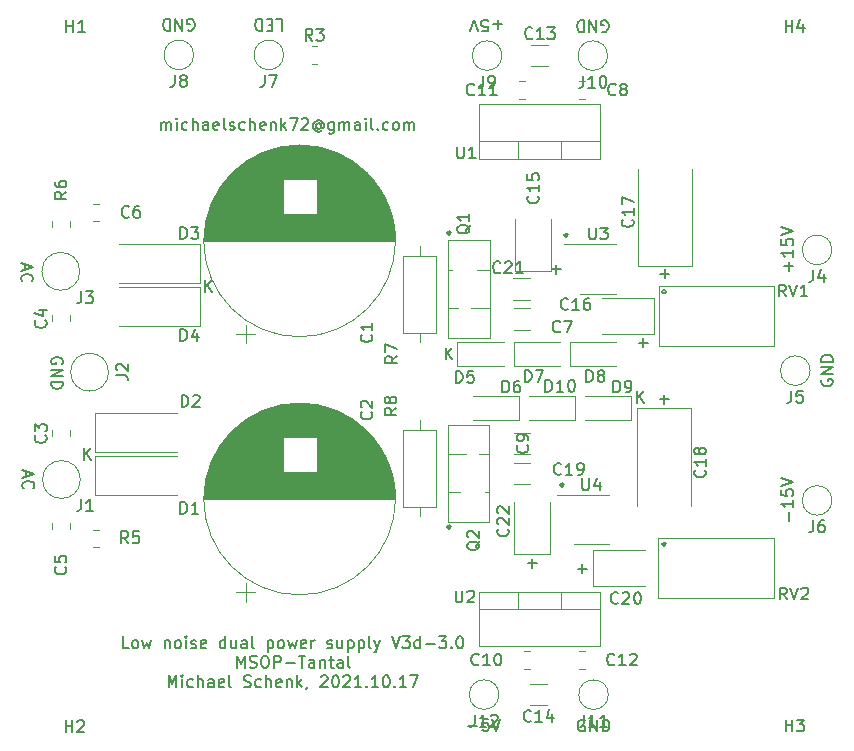
<source format=gbr>
G04 #@! TF.GenerationSoftware,KiCad,Pcbnew,(5.1.10-0-10_14)*
G04 #@! TF.CreationDate,2021-10-17T20:47:24+02:00*
G04 #@! TF.ProjectId,lv-lownoise-psu,6c762d6c-6f77-46e6-9f69-73652d707375,rev?*
G04 #@! TF.SameCoordinates,Original*
G04 #@! TF.FileFunction,Legend,Top*
G04 #@! TF.FilePolarity,Positive*
%FSLAX46Y46*%
G04 Gerber Fmt 4.6, Leading zero omitted, Abs format (unit mm)*
G04 Created by KiCad (PCBNEW (5.1.10-0-10_14)) date 2021-10-17 20:47:24*
%MOMM*%
%LPD*%
G01*
G04 APERTURE LIST*
%ADD10C,0.150000*%
%ADD11C,0.120000*%
G04 APERTURE END LIST*
D10*
X134620047Y-60459928D02*
X135381952Y-60459928D01*
X135001000Y-60840880D02*
X135001000Y-60078976D01*
X134683547Y-49855428D02*
X135445452Y-49855428D01*
X135064500Y-50236380D02*
X135064500Y-49474476D01*
X123444047Y-74366428D02*
X124205952Y-74366428D01*
X123825000Y-74747380D02*
X123825000Y-73985476D01*
X125476047Y-49474428D02*
X126237952Y-49474428D01*
X125857000Y-49855380D02*
X125857000Y-49093476D01*
X132842047Y-55697428D02*
X133603952Y-55697428D01*
X133223000Y-56078380D02*
X133223000Y-55316476D01*
X116776500Y-71143880D02*
X116681261Y-71191500D01*
X116633642Y-71286738D01*
X116681261Y-71381976D01*
X116776500Y-71429595D01*
X116871738Y-71381976D01*
X116919357Y-71286738D01*
X116871738Y-71191500D01*
X116776500Y-71143880D01*
X116776500Y-46251880D02*
X116681261Y-46299500D01*
X116633642Y-46394738D01*
X116681261Y-46489976D01*
X116776500Y-46537595D01*
X116871738Y-46489976D01*
X116919357Y-46394738D01*
X116871738Y-46299500D01*
X116776500Y-46251880D01*
X127698547Y-74810928D02*
X128460452Y-74810928D01*
X128079500Y-75191880D02*
X128079500Y-74429976D01*
X126365000Y-67587880D02*
X126269761Y-67635500D01*
X126222142Y-67730738D01*
X126269761Y-67825976D01*
X126365000Y-67873595D01*
X126460238Y-67825976D01*
X126507857Y-67730738D01*
X126460238Y-67635500D01*
X126365000Y-67587880D01*
X135001000Y-51204880D02*
X134905761Y-51252500D01*
X134858142Y-51347738D01*
X134905761Y-51442976D01*
X135001000Y-51490595D01*
X135096238Y-51442976D01*
X135143857Y-51347738D01*
X135096238Y-51252500D01*
X135001000Y-51204880D01*
X135001000Y-72604380D02*
X134905761Y-72652000D01*
X134858142Y-72747238D01*
X134905761Y-72842476D01*
X135001000Y-72890095D01*
X135096238Y-72842476D01*
X135143857Y-72747238D01*
X135096238Y-72652000D01*
X135001000Y-72604380D01*
X126682500Y-46442380D02*
X126587261Y-46490000D01*
X126539642Y-46585238D01*
X126587261Y-46680476D01*
X126682500Y-46728095D01*
X126777738Y-46680476D01*
X126825357Y-46585238D01*
X126777738Y-46490000D01*
X126682500Y-46442380D01*
X132707095Y-60777380D02*
X132707095Y-59777380D01*
X133278523Y-60777380D02*
X132849952Y-60205952D01*
X133278523Y-59777380D02*
X132707095Y-60348809D01*
X116514595Y-57094380D02*
X116514595Y-56094380D01*
X117086023Y-57094380D02*
X116657452Y-56522952D01*
X117086023Y-56094380D02*
X116514595Y-56665809D01*
X85907595Y-65603380D02*
X85907595Y-64603380D01*
X86479023Y-65603380D02*
X86050452Y-65031952D01*
X86479023Y-64603380D02*
X85907595Y-65174809D01*
X96131095Y-51379380D02*
X96131095Y-50379380D01*
X96702523Y-51379380D02*
X96273952Y-50807952D01*
X96702523Y-50379380D02*
X96131095Y-50950809D01*
X89663738Y-81542880D02*
X89187547Y-81542880D01*
X89187547Y-80542880D01*
X90139928Y-81542880D02*
X90044690Y-81495261D01*
X89997071Y-81447642D01*
X89949452Y-81352404D01*
X89949452Y-81066690D01*
X89997071Y-80971452D01*
X90044690Y-80923833D01*
X90139928Y-80876214D01*
X90282785Y-80876214D01*
X90378023Y-80923833D01*
X90425642Y-80971452D01*
X90473261Y-81066690D01*
X90473261Y-81352404D01*
X90425642Y-81447642D01*
X90378023Y-81495261D01*
X90282785Y-81542880D01*
X90139928Y-81542880D01*
X90806595Y-80876214D02*
X90997071Y-81542880D01*
X91187547Y-81066690D01*
X91378023Y-81542880D01*
X91568499Y-80876214D01*
X92711357Y-80876214D02*
X92711357Y-81542880D01*
X92711357Y-80971452D02*
X92758976Y-80923833D01*
X92854214Y-80876214D01*
X92997071Y-80876214D01*
X93092309Y-80923833D01*
X93139928Y-81019071D01*
X93139928Y-81542880D01*
X93758976Y-81542880D02*
X93663738Y-81495261D01*
X93616119Y-81447642D01*
X93568499Y-81352404D01*
X93568499Y-81066690D01*
X93616119Y-80971452D01*
X93663738Y-80923833D01*
X93758976Y-80876214D01*
X93901833Y-80876214D01*
X93997071Y-80923833D01*
X94044690Y-80971452D01*
X94092309Y-81066690D01*
X94092309Y-81352404D01*
X94044690Y-81447642D01*
X93997071Y-81495261D01*
X93901833Y-81542880D01*
X93758976Y-81542880D01*
X94520880Y-81542880D02*
X94520880Y-80876214D01*
X94520880Y-80542880D02*
X94473261Y-80590500D01*
X94520880Y-80638119D01*
X94568499Y-80590500D01*
X94520880Y-80542880D01*
X94520880Y-80638119D01*
X94949452Y-81495261D02*
X95044690Y-81542880D01*
X95235166Y-81542880D01*
X95330404Y-81495261D01*
X95378023Y-81400023D01*
X95378023Y-81352404D01*
X95330404Y-81257166D01*
X95235166Y-81209547D01*
X95092309Y-81209547D01*
X94997071Y-81161928D01*
X94949452Y-81066690D01*
X94949452Y-81019071D01*
X94997071Y-80923833D01*
X95092309Y-80876214D01*
X95235166Y-80876214D01*
X95330404Y-80923833D01*
X96187547Y-81495261D02*
X96092309Y-81542880D01*
X95901833Y-81542880D01*
X95806595Y-81495261D01*
X95758976Y-81400023D01*
X95758976Y-81019071D01*
X95806595Y-80923833D01*
X95901833Y-80876214D01*
X96092309Y-80876214D01*
X96187547Y-80923833D01*
X96235166Y-81019071D01*
X96235166Y-81114309D01*
X95758976Y-81209547D01*
X97854214Y-81542880D02*
X97854214Y-80542880D01*
X97854214Y-81495261D02*
X97758976Y-81542880D01*
X97568500Y-81542880D01*
X97473261Y-81495261D01*
X97425642Y-81447642D01*
X97378023Y-81352404D01*
X97378023Y-81066690D01*
X97425642Y-80971452D01*
X97473261Y-80923833D01*
X97568500Y-80876214D01*
X97758976Y-80876214D01*
X97854214Y-80923833D01*
X98758976Y-80876214D02*
X98758976Y-81542880D01*
X98330404Y-80876214D02*
X98330404Y-81400023D01*
X98378023Y-81495261D01*
X98473261Y-81542880D01*
X98616119Y-81542880D01*
X98711357Y-81495261D01*
X98758976Y-81447642D01*
X99663738Y-81542880D02*
X99663738Y-81019071D01*
X99616119Y-80923833D01*
X99520880Y-80876214D01*
X99330404Y-80876214D01*
X99235166Y-80923833D01*
X99663738Y-81495261D02*
X99568499Y-81542880D01*
X99330404Y-81542880D01*
X99235166Y-81495261D01*
X99187547Y-81400023D01*
X99187547Y-81304785D01*
X99235166Y-81209547D01*
X99330404Y-81161928D01*
X99568499Y-81161928D01*
X99663738Y-81114309D01*
X100282785Y-81542880D02*
X100187547Y-81495261D01*
X100139928Y-81400023D01*
X100139928Y-80542880D01*
X101425642Y-80876214D02*
X101425642Y-81876214D01*
X101425642Y-80923833D02*
X101520880Y-80876214D01*
X101711357Y-80876214D01*
X101806595Y-80923833D01*
X101854214Y-80971452D01*
X101901833Y-81066690D01*
X101901833Y-81352404D01*
X101854214Y-81447642D01*
X101806595Y-81495261D01*
X101711357Y-81542880D01*
X101520880Y-81542880D01*
X101425642Y-81495261D01*
X102473261Y-81542880D02*
X102378023Y-81495261D01*
X102330404Y-81447642D01*
X102282785Y-81352404D01*
X102282785Y-81066690D01*
X102330404Y-80971452D01*
X102378023Y-80923833D01*
X102473261Y-80876214D01*
X102616119Y-80876214D01*
X102711357Y-80923833D01*
X102758976Y-80971452D01*
X102806595Y-81066690D01*
X102806595Y-81352404D01*
X102758976Y-81447642D01*
X102711357Y-81495261D01*
X102616119Y-81542880D01*
X102473261Y-81542880D01*
X103139928Y-80876214D02*
X103330404Y-81542880D01*
X103520880Y-81066690D01*
X103711357Y-81542880D01*
X103901833Y-80876214D01*
X104663738Y-81495261D02*
X104568499Y-81542880D01*
X104378023Y-81542880D01*
X104282785Y-81495261D01*
X104235166Y-81400023D01*
X104235166Y-81019071D01*
X104282785Y-80923833D01*
X104378023Y-80876214D01*
X104568499Y-80876214D01*
X104663738Y-80923833D01*
X104711357Y-81019071D01*
X104711357Y-81114309D01*
X104235166Y-81209547D01*
X105139928Y-81542880D02*
X105139928Y-80876214D01*
X105139928Y-81066690D02*
X105187547Y-80971452D01*
X105235166Y-80923833D01*
X105330404Y-80876214D01*
X105425642Y-80876214D01*
X106473261Y-81495261D02*
X106568500Y-81542880D01*
X106758976Y-81542880D01*
X106854214Y-81495261D01*
X106901833Y-81400023D01*
X106901833Y-81352404D01*
X106854214Y-81257166D01*
X106758976Y-81209547D01*
X106616119Y-81209547D01*
X106520880Y-81161928D01*
X106473261Y-81066690D01*
X106473261Y-81019071D01*
X106520880Y-80923833D01*
X106616119Y-80876214D01*
X106758976Y-80876214D01*
X106854214Y-80923833D01*
X107758976Y-80876214D02*
X107758976Y-81542880D01*
X107330404Y-80876214D02*
X107330404Y-81400023D01*
X107378023Y-81495261D01*
X107473261Y-81542880D01*
X107616119Y-81542880D01*
X107711357Y-81495261D01*
X107758976Y-81447642D01*
X108235166Y-80876214D02*
X108235166Y-81876214D01*
X108235166Y-80923833D02*
X108330404Y-80876214D01*
X108520880Y-80876214D01*
X108616119Y-80923833D01*
X108663738Y-80971452D01*
X108711357Y-81066690D01*
X108711357Y-81352404D01*
X108663738Y-81447642D01*
X108616119Y-81495261D01*
X108520880Y-81542880D01*
X108330404Y-81542880D01*
X108235166Y-81495261D01*
X109139928Y-80876214D02*
X109139928Y-81876214D01*
X109139928Y-80923833D02*
X109235166Y-80876214D01*
X109425642Y-80876214D01*
X109520880Y-80923833D01*
X109568499Y-80971452D01*
X109616119Y-81066690D01*
X109616119Y-81352404D01*
X109568499Y-81447642D01*
X109520880Y-81495261D01*
X109425642Y-81542880D01*
X109235166Y-81542880D01*
X109139928Y-81495261D01*
X110187547Y-81542880D02*
X110092309Y-81495261D01*
X110044690Y-81400023D01*
X110044690Y-80542880D01*
X110473261Y-80876214D02*
X110711357Y-81542880D01*
X110949452Y-80876214D02*
X110711357Y-81542880D01*
X110616119Y-81780976D01*
X110568499Y-81828595D01*
X110473261Y-81876214D01*
X111949452Y-80542880D02*
X112282785Y-81542880D01*
X112616119Y-80542880D01*
X112854214Y-80542880D02*
X113473261Y-80542880D01*
X113139928Y-80923833D01*
X113282785Y-80923833D01*
X113378023Y-80971452D01*
X113425642Y-81019071D01*
X113473261Y-81114309D01*
X113473261Y-81352404D01*
X113425642Y-81447642D01*
X113378023Y-81495261D01*
X113282785Y-81542880D01*
X112997071Y-81542880D01*
X112901833Y-81495261D01*
X112854214Y-81447642D01*
X114330404Y-81542880D02*
X114330404Y-80542880D01*
X114330404Y-81495261D02*
X114235166Y-81542880D01*
X114044690Y-81542880D01*
X113949452Y-81495261D01*
X113901833Y-81447642D01*
X113854214Y-81352404D01*
X113854214Y-81066690D01*
X113901833Y-80971452D01*
X113949452Y-80923833D01*
X114044690Y-80876214D01*
X114235166Y-80876214D01*
X114330404Y-80923833D01*
X114806595Y-81161928D02*
X115568499Y-81161928D01*
X115949452Y-80542880D02*
X116568499Y-80542880D01*
X116235166Y-80923833D01*
X116378023Y-80923833D01*
X116473261Y-80971452D01*
X116520880Y-81019071D01*
X116568499Y-81114309D01*
X116568499Y-81352404D01*
X116520880Y-81447642D01*
X116473261Y-81495261D01*
X116378023Y-81542880D01*
X116092309Y-81542880D01*
X115997071Y-81495261D01*
X115949452Y-81447642D01*
X116997071Y-81447642D02*
X117044690Y-81495261D01*
X116997071Y-81542880D01*
X116949452Y-81495261D01*
X116997071Y-81447642D01*
X116997071Y-81542880D01*
X117663738Y-80542880D02*
X117758976Y-80542880D01*
X117854214Y-80590500D01*
X117901833Y-80638119D01*
X117949452Y-80733357D01*
X117997071Y-80923833D01*
X117997071Y-81161928D01*
X117949452Y-81352404D01*
X117901833Y-81447642D01*
X117854214Y-81495261D01*
X117758976Y-81542880D01*
X117663738Y-81542880D01*
X117568499Y-81495261D01*
X117520880Y-81447642D01*
X117473261Y-81352404D01*
X117425642Y-81161928D01*
X117425642Y-80923833D01*
X117473261Y-80733357D01*
X117520880Y-80638119D01*
X117568499Y-80590500D01*
X117663738Y-80542880D01*
X98830404Y-83192880D02*
X98830404Y-82192880D01*
X99163738Y-82907166D01*
X99497071Y-82192880D01*
X99497071Y-83192880D01*
X99925642Y-83145261D02*
X100068500Y-83192880D01*
X100306595Y-83192880D01*
X100401833Y-83145261D01*
X100449452Y-83097642D01*
X100497071Y-83002404D01*
X100497071Y-82907166D01*
X100449452Y-82811928D01*
X100401833Y-82764309D01*
X100306595Y-82716690D01*
X100116119Y-82669071D01*
X100020880Y-82621452D01*
X99973261Y-82573833D01*
X99925642Y-82478595D01*
X99925642Y-82383357D01*
X99973261Y-82288119D01*
X100020880Y-82240500D01*
X100116119Y-82192880D01*
X100354214Y-82192880D01*
X100497071Y-82240500D01*
X101116119Y-82192880D02*
X101306595Y-82192880D01*
X101401833Y-82240500D01*
X101497071Y-82335738D01*
X101544690Y-82526214D01*
X101544690Y-82859547D01*
X101497071Y-83050023D01*
X101401833Y-83145261D01*
X101306595Y-83192880D01*
X101116119Y-83192880D01*
X101020880Y-83145261D01*
X100925642Y-83050023D01*
X100878023Y-82859547D01*
X100878023Y-82526214D01*
X100925642Y-82335738D01*
X101020880Y-82240500D01*
X101116119Y-82192880D01*
X101973261Y-83192880D02*
X101973261Y-82192880D01*
X102354214Y-82192880D01*
X102449452Y-82240500D01*
X102497071Y-82288119D01*
X102544690Y-82383357D01*
X102544690Y-82526214D01*
X102497071Y-82621452D01*
X102449452Y-82669071D01*
X102354214Y-82716690D01*
X101973261Y-82716690D01*
X102973261Y-82811928D02*
X103735166Y-82811928D01*
X104068500Y-82192880D02*
X104639928Y-82192880D01*
X104354214Y-83192880D02*
X104354214Y-82192880D01*
X105401833Y-83192880D02*
X105401833Y-82669071D01*
X105354214Y-82573833D01*
X105258976Y-82526214D01*
X105068500Y-82526214D01*
X104973261Y-82573833D01*
X105401833Y-83145261D02*
X105306595Y-83192880D01*
X105068500Y-83192880D01*
X104973261Y-83145261D01*
X104925642Y-83050023D01*
X104925642Y-82954785D01*
X104973261Y-82859547D01*
X105068500Y-82811928D01*
X105306595Y-82811928D01*
X105401833Y-82764309D01*
X105878023Y-82526214D02*
X105878023Y-83192880D01*
X105878023Y-82621452D02*
X105925642Y-82573833D01*
X106020880Y-82526214D01*
X106163738Y-82526214D01*
X106258976Y-82573833D01*
X106306595Y-82669071D01*
X106306595Y-83192880D01*
X106639928Y-82526214D02*
X107020880Y-82526214D01*
X106782785Y-82192880D02*
X106782785Y-83050023D01*
X106830404Y-83145261D01*
X106925642Y-83192880D01*
X107020880Y-83192880D01*
X107782785Y-83192880D02*
X107782785Y-82669071D01*
X107735166Y-82573833D01*
X107639928Y-82526214D01*
X107449452Y-82526214D01*
X107354214Y-82573833D01*
X107782785Y-83145261D02*
X107687547Y-83192880D01*
X107449452Y-83192880D01*
X107354214Y-83145261D01*
X107306595Y-83050023D01*
X107306595Y-82954785D01*
X107354214Y-82859547D01*
X107449452Y-82811928D01*
X107687547Y-82811928D01*
X107782785Y-82764309D01*
X108401833Y-83192880D02*
X108306595Y-83145261D01*
X108258976Y-83050023D01*
X108258976Y-82192880D01*
X93044690Y-84842880D02*
X93044690Y-83842880D01*
X93378023Y-84557166D01*
X93711357Y-83842880D01*
X93711357Y-84842880D01*
X94187547Y-84842880D02*
X94187547Y-84176214D01*
X94187547Y-83842880D02*
X94139928Y-83890500D01*
X94187547Y-83938119D01*
X94235166Y-83890500D01*
X94187547Y-83842880D01*
X94187547Y-83938119D01*
X95092309Y-84795261D02*
X94997071Y-84842880D01*
X94806595Y-84842880D01*
X94711357Y-84795261D01*
X94663738Y-84747642D01*
X94616119Y-84652404D01*
X94616119Y-84366690D01*
X94663738Y-84271452D01*
X94711357Y-84223833D01*
X94806595Y-84176214D01*
X94997071Y-84176214D01*
X95092309Y-84223833D01*
X95520880Y-84842880D02*
X95520880Y-83842880D01*
X95949452Y-84842880D02*
X95949452Y-84319071D01*
X95901833Y-84223833D01*
X95806595Y-84176214D01*
X95663738Y-84176214D01*
X95568500Y-84223833D01*
X95520880Y-84271452D01*
X96854214Y-84842880D02*
X96854214Y-84319071D01*
X96806595Y-84223833D01*
X96711357Y-84176214D01*
X96520880Y-84176214D01*
X96425642Y-84223833D01*
X96854214Y-84795261D02*
X96758976Y-84842880D01*
X96520880Y-84842880D01*
X96425642Y-84795261D01*
X96378023Y-84700023D01*
X96378023Y-84604785D01*
X96425642Y-84509547D01*
X96520880Y-84461928D01*
X96758976Y-84461928D01*
X96854214Y-84414309D01*
X97711357Y-84795261D02*
X97616119Y-84842880D01*
X97425642Y-84842880D01*
X97330404Y-84795261D01*
X97282785Y-84700023D01*
X97282785Y-84319071D01*
X97330404Y-84223833D01*
X97425642Y-84176214D01*
X97616119Y-84176214D01*
X97711357Y-84223833D01*
X97758976Y-84319071D01*
X97758976Y-84414309D01*
X97282785Y-84509547D01*
X98330404Y-84842880D02*
X98235166Y-84795261D01*
X98187547Y-84700023D01*
X98187547Y-83842880D01*
X99425642Y-84795261D02*
X99568500Y-84842880D01*
X99806595Y-84842880D01*
X99901833Y-84795261D01*
X99949452Y-84747642D01*
X99997071Y-84652404D01*
X99997071Y-84557166D01*
X99949452Y-84461928D01*
X99901833Y-84414309D01*
X99806595Y-84366690D01*
X99616119Y-84319071D01*
X99520880Y-84271452D01*
X99473261Y-84223833D01*
X99425642Y-84128595D01*
X99425642Y-84033357D01*
X99473261Y-83938119D01*
X99520880Y-83890500D01*
X99616119Y-83842880D01*
X99854214Y-83842880D01*
X99997071Y-83890500D01*
X100854214Y-84795261D02*
X100758976Y-84842880D01*
X100568500Y-84842880D01*
X100473261Y-84795261D01*
X100425642Y-84747642D01*
X100378023Y-84652404D01*
X100378023Y-84366690D01*
X100425642Y-84271452D01*
X100473261Y-84223833D01*
X100568500Y-84176214D01*
X100758976Y-84176214D01*
X100854214Y-84223833D01*
X101282785Y-84842880D02*
X101282785Y-83842880D01*
X101711357Y-84842880D02*
X101711357Y-84319071D01*
X101663738Y-84223833D01*
X101568500Y-84176214D01*
X101425642Y-84176214D01*
X101330404Y-84223833D01*
X101282785Y-84271452D01*
X102568500Y-84795261D02*
X102473261Y-84842880D01*
X102282785Y-84842880D01*
X102187547Y-84795261D01*
X102139928Y-84700023D01*
X102139928Y-84319071D01*
X102187547Y-84223833D01*
X102282785Y-84176214D01*
X102473261Y-84176214D01*
X102568500Y-84223833D01*
X102616119Y-84319071D01*
X102616119Y-84414309D01*
X102139928Y-84509547D01*
X103044690Y-84176214D02*
X103044690Y-84842880D01*
X103044690Y-84271452D02*
X103092309Y-84223833D01*
X103187547Y-84176214D01*
X103330404Y-84176214D01*
X103425642Y-84223833D01*
X103473261Y-84319071D01*
X103473261Y-84842880D01*
X103949452Y-84842880D02*
X103949452Y-83842880D01*
X104044690Y-84461928D02*
X104330404Y-84842880D01*
X104330404Y-84176214D02*
X103949452Y-84557166D01*
X104806595Y-84795261D02*
X104806595Y-84842880D01*
X104758976Y-84938119D01*
X104711357Y-84985738D01*
X105949452Y-83938119D02*
X105997071Y-83890500D01*
X106092309Y-83842880D01*
X106330404Y-83842880D01*
X106425642Y-83890500D01*
X106473261Y-83938119D01*
X106520880Y-84033357D01*
X106520880Y-84128595D01*
X106473261Y-84271452D01*
X105901833Y-84842880D01*
X106520880Y-84842880D01*
X107139928Y-83842880D02*
X107235166Y-83842880D01*
X107330404Y-83890500D01*
X107378023Y-83938119D01*
X107425642Y-84033357D01*
X107473261Y-84223833D01*
X107473261Y-84461928D01*
X107425642Y-84652404D01*
X107378023Y-84747642D01*
X107330404Y-84795261D01*
X107235166Y-84842880D01*
X107139928Y-84842880D01*
X107044690Y-84795261D01*
X106997071Y-84747642D01*
X106949452Y-84652404D01*
X106901833Y-84461928D01*
X106901833Y-84223833D01*
X106949452Y-84033357D01*
X106997071Y-83938119D01*
X107044690Y-83890500D01*
X107139928Y-83842880D01*
X107854214Y-83938119D02*
X107901833Y-83890500D01*
X107997071Y-83842880D01*
X108235166Y-83842880D01*
X108330404Y-83890500D01*
X108378023Y-83938119D01*
X108425642Y-84033357D01*
X108425642Y-84128595D01*
X108378023Y-84271452D01*
X107806595Y-84842880D01*
X108425642Y-84842880D01*
X109378023Y-84842880D02*
X108806595Y-84842880D01*
X109092309Y-84842880D02*
X109092309Y-83842880D01*
X108997071Y-83985738D01*
X108901833Y-84080976D01*
X108806595Y-84128595D01*
X109806595Y-84747642D02*
X109854214Y-84795261D01*
X109806595Y-84842880D01*
X109758976Y-84795261D01*
X109806595Y-84747642D01*
X109806595Y-84842880D01*
X110806595Y-84842880D02*
X110235166Y-84842880D01*
X110520880Y-84842880D02*
X110520880Y-83842880D01*
X110425642Y-83985738D01*
X110330404Y-84080976D01*
X110235166Y-84128595D01*
X111425642Y-83842880D02*
X111520880Y-83842880D01*
X111616119Y-83890500D01*
X111663738Y-83938119D01*
X111711357Y-84033357D01*
X111758976Y-84223833D01*
X111758976Y-84461928D01*
X111711357Y-84652404D01*
X111663738Y-84747642D01*
X111616119Y-84795261D01*
X111520880Y-84842880D01*
X111425642Y-84842880D01*
X111330404Y-84795261D01*
X111282785Y-84747642D01*
X111235166Y-84652404D01*
X111187547Y-84461928D01*
X111187547Y-84223833D01*
X111235166Y-84033357D01*
X111282785Y-83938119D01*
X111330404Y-83890500D01*
X111425642Y-83842880D01*
X112187547Y-84747642D02*
X112235166Y-84795261D01*
X112187547Y-84842880D01*
X112139928Y-84795261D01*
X112187547Y-84747642D01*
X112187547Y-84842880D01*
X113187547Y-84842880D02*
X112616119Y-84842880D01*
X112901833Y-84842880D02*
X112901833Y-83842880D01*
X112806595Y-83985738D01*
X112711357Y-84080976D01*
X112616119Y-84128595D01*
X113520880Y-83842880D02*
X114187547Y-83842880D01*
X113758976Y-84842880D01*
X129730404Y-29329000D02*
X129825642Y-29376619D01*
X129968500Y-29376619D01*
X130111357Y-29329000D01*
X130206595Y-29233761D01*
X130254214Y-29138523D01*
X130301833Y-28948047D01*
X130301833Y-28805190D01*
X130254214Y-28614714D01*
X130206595Y-28519476D01*
X130111357Y-28424238D01*
X129968500Y-28376619D01*
X129873261Y-28376619D01*
X129730404Y-28424238D01*
X129682785Y-28471857D01*
X129682785Y-28805190D01*
X129873261Y-28805190D01*
X129254214Y-28376619D02*
X129254214Y-29376619D01*
X128682785Y-28376619D01*
X128682785Y-29376619D01*
X128206595Y-28376619D02*
X128206595Y-29376619D01*
X127968500Y-29376619D01*
X127825642Y-29329000D01*
X127730404Y-29233761D01*
X127682785Y-29138523D01*
X127635166Y-28948047D01*
X127635166Y-28805190D01*
X127682785Y-28614714D01*
X127730404Y-28519476D01*
X127825642Y-28424238D01*
X127968500Y-28376619D01*
X128206595Y-28376619D01*
X121300714Y-28694071D02*
X120538809Y-28694071D01*
X120919761Y-28313119D02*
X120919761Y-29075023D01*
X119586428Y-29313119D02*
X120062619Y-29313119D01*
X120110238Y-28836928D01*
X120062619Y-28884547D01*
X119967380Y-28932166D01*
X119729285Y-28932166D01*
X119634047Y-28884547D01*
X119586428Y-28836928D01*
X119538809Y-28741690D01*
X119538809Y-28503595D01*
X119586428Y-28408357D01*
X119634047Y-28360738D01*
X119729285Y-28313119D01*
X119967380Y-28313119D01*
X120062619Y-28360738D01*
X120110238Y-28408357D01*
X119253095Y-29313119D02*
X118919761Y-28313119D01*
X118586428Y-29313119D01*
X118411785Y-88145928D02*
X119173690Y-88145928D01*
X120126071Y-87526880D02*
X119649880Y-87526880D01*
X119602261Y-88003071D01*
X119649880Y-87955452D01*
X119745119Y-87907833D01*
X119983214Y-87907833D01*
X120078452Y-87955452D01*
X120126071Y-88003071D01*
X120173690Y-88098309D01*
X120173690Y-88336404D01*
X120126071Y-88431642D01*
X120078452Y-88479261D01*
X119983214Y-88526880D01*
X119745119Y-88526880D01*
X119649880Y-88479261D01*
X119602261Y-88431642D01*
X120459404Y-87526880D02*
X120792738Y-88526880D01*
X121126071Y-87526880D01*
X128270095Y-87638000D02*
X128174857Y-87590380D01*
X128032000Y-87590380D01*
X127889142Y-87638000D01*
X127793904Y-87733238D01*
X127746285Y-87828476D01*
X127698666Y-88018952D01*
X127698666Y-88161809D01*
X127746285Y-88352285D01*
X127793904Y-88447523D01*
X127889142Y-88542761D01*
X128032000Y-88590380D01*
X128127238Y-88590380D01*
X128270095Y-88542761D01*
X128317714Y-88495142D01*
X128317714Y-88161809D01*
X128127238Y-88161809D01*
X128746285Y-88590380D02*
X128746285Y-87590380D01*
X129317714Y-88590380D01*
X129317714Y-87590380D01*
X129793904Y-88590380D02*
X129793904Y-87590380D01*
X130032000Y-87590380D01*
X130174857Y-87638000D01*
X130270095Y-87733238D01*
X130317714Y-87828476D01*
X130365333Y-88018952D01*
X130365333Y-88161809D01*
X130317714Y-88352285D01*
X130270095Y-88447523D01*
X130174857Y-88542761D01*
X130032000Y-88590380D01*
X129793904Y-88590380D01*
X94678404Y-29202000D02*
X94773642Y-29249619D01*
X94916500Y-29249619D01*
X95059357Y-29202000D01*
X95154595Y-29106761D01*
X95202214Y-29011523D01*
X95249833Y-28821047D01*
X95249833Y-28678190D01*
X95202214Y-28487714D01*
X95154595Y-28392476D01*
X95059357Y-28297238D01*
X94916500Y-28249619D01*
X94821261Y-28249619D01*
X94678404Y-28297238D01*
X94630785Y-28344857D01*
X94630785Y-28678190D01*
X94821261Y-28678190D01*
X94202214Y-28249619D02*
X94202214Y-29249619D01*
X93630785Y-28249619D01*
X93630785Y-29249619D01*
X93154595Y-28249619D02*
X93154595Y-29249619D01*
X92916500Y-29249619D01*
X92773642Y-29202000D01*
X92678404Y-29106761D01*
X92630785Y-29011523D01*
X92583166Y-28821047D01*
X92583166Y-28678190D01*
X92630785Y-28487714D01*
X92678404Y-28392476D01*
X92773642Y-28297238D01*
X92916500Y-28249619D01*
X93154595Y-28249619D01*
X102179357Y-28249619D02*
X102655547Y-28249619D01*
X102655547Y-29249619D01*
X101846023Y-28773428D02*
X101512690Y-28773428D01*
X101369833Y-28249619D02*
X101846023Y-28249619D01*
X101846023Y-29249619D01*
X101369833Y-29249619D01*
X100941261Y-28249619D02*
X100941261Y-29249619D01*
X100703166Y-29249619D01*
X100560309Y-29202000D01*
X100465071Y-29106761D01*
X100417452Y-29011523D01*
X100369833Y-28821047D01*
X100369833Y-28678190D01*
X100417452Y-28487714D01*
X100465071Y-28392476D01*
X100560309Y-28297238D01*
X100703166Y-28249619D01*
X100941261Y-28249619D01*
X92409714Y-37663380D02*
X92409714Y-36996714D01*
X92409714Y-37091952D02*
X92457333Y-37044333D01*
X92552571Y-36996714D01*
X92695428Y-36996714D01*
X92790666Y-37044333D01*
X92838285Y-37139571D01*
X92838285Y-37663380D01*
X92838285Y-37139571D02*
X92885904Y-37044333D01*
X92981142Y-36996714D01*
X93124000Y-36996714D01*
X93219238Y-37044333D01*
X93266857Y-37139571D01*
X93266857Y-37663380D01*
X93743047Y-37663380D02*
X93743047Y-36996714D01*
X93743047Y-36663380D02*
X93695428Y-36711000D01*
X93743047Y-36758619D01*
X93790666Y-36711000D01*
X93743047Y-36663380D01*
X93743047Y-36758619D01*
X94647809Y-37615761D02*
X94552571Y-37663380D01*
X94362095Y-37663380D01*
X94266857Y-37615761D01*
X94219238Y-37568142D01*
X94171619Y-37472904D01*
X94171619Y-37187190D01*
X94219238Y-37091952D01*
X94266857Y-37044333D01*
X94362095Y-36996714D01*
X94552571Y-36996714D01*
X94647809Y-37044333D01*
X95076380Y-37663380D02*
X95076380Y-36663380D01*
X95504952Y-37663380D02*
X95504952Y-37139571D01*
X95457333Y-37044333D01*
X95362095Y-36996714D01*
X95219238Y-36996714D01*
X95124000Y-37044333D01*
X95076380Y-37091952D01*
X96409714Y-37663380D02*
X96409714Y-37139571D01*
X96362095Y-37044333D01*
X96266857Y-36996714D01*
X96076380Y-36996714D01*
X95981142Y-37044333D01*
X96409714Y-37615761D02*
X96314476Y-37663380D01*
X96076380Y-37663380D01*
X95981142Y-37615761D01*
X95933523Y-37520523D01*
X95933523Y-37425285D01*
X95981142Y-37330047D01*
X96076380Y-37282428D01*
X96314476Y-37282428D01*
X96409714Y-37234809D01*
X97266857Y-37615761D02*
X97171619Y-37663380D01*
X96981142Y-37663380D01*
X96885904Y-37615761D01*
X96838285Y-37520523D01*
X96838285Y-37139571D01*
X96885904Y-37044333D01*
X96981142Y-36996714D01*
X97171619Y-36996714D01*
X97266857Y-37044333D01*
X97314476Y-37139571D01*
X97314476Y-37234809D01*
X96838285Y-37330047D01*
X97885904Y-37663380D02*
X97790666Y-37615761D01*
X97743047Y-37520523D01*
X97743047Y-36663380D01*
X98219238Y-37615761D02*
X98314476Y-37663380D01*
X98504952Y-37663380D01*
X98600190Y-37615761D01*
X98647809Y-37520523D01*
X98647809Y-37472904D01*
X98600190Y-37377666D01*
X98504952Y-37330047D01*
X98362095Y-37330047D01*
X98266857Y-37282428D01*
X98219238Y-37187190D01*
X98219238Y-37139571D01*
X98266857Y-37044333D01*
X98362095Y-36996714D01*
X98504952Y-36996714D01*
X98600190Y-37044333D01*
X99504952Y-37615761D02*
X99409714Y-37663380D01*
X99219238Y-37663380D01*
X99124000Y-37615761D01*
X99076380Y-37568142D01*
X99028761Y-37472904D01*
X99028761Y-37187190D01*
X99076380Y-37091952D01*
X99124000Y-37044333D01*
X99219238Y-36996714D01*
X99409714Y-36996714D01*
X99504952Y-37044333D01*
X99933523Y-37663380D02*
X99933523Y-36663380D01*
X100362095Y-37663380D02*
X100362095Y-37139571D01*
X100314476Y-37044333D01*
X100219238Y-36996714D01*
X100076380Y-36996714D01*
X99981142Y-37044333D01*
X99933523Y-37091952D01*
X101219238Y-37615761D02*
X101124000Y-37663380D01*
X100933523Y-37663380D01*
X100838285Y-37615761D01*
X100790666Y-37520523D01*
X100790666Y-37139571D01*
X100838285Y-37044333D01*
X100933523Y-36996714D01*
X101124000Y-36996714D01*
X101219238Y-37044333D01*
X101266857Y-37139571D01*
X101266857Y-37234809D01*
X100790666Y-37330047D01*
X101695428Y-36996714D02*
X101695428Y-37663380D01*
X101695428Y-37091952D02*
X101743047Y-37044333D01*
X101838285Y-36996714D01*
X101981142Y-36996714D01*
X102076380Y-37044333D01*
X102124000Y-37139571D01*
X102124000Y-37663380D01*
X102600190Y-37663380D02*
X102600190Y-36663380D01*
X102695428Y-37282428D02*
X102981142Y-37663380D01*
X102981142Y-36996714D02*
X102600190Y-37377666D01*
X103314476Y-36663380D02*
X103981142Y-36663380D01*
X103552571Y-37663380D01*
X104314476Y-36758619D02*
X104362095Y-36711000D01*
X104457333Y-36663380D01*
X104695428Y-36663380D01*
X104790666Y-36711000D01*
X104838285Y-36758619D01*
X104885904Y-36853857D01*
X104885904Y-36949095D01*
X104838285Y-37091952D01*
X104266857Y-37663380D01*
X104885904Y-37663380D01*
X105933523Y-37187190D02*
X105885904Y-37139571D01*
X105790666Y-37091952D01*
X105695428Y-37091952D01*
X105600190Y-37139571D01*
X105552571Y-37187190D01*
X105504952Y-37282428D01*
X105504952Y-37377666D01*
X105552571Y-37472904D01*
X105600190Y-37520523D01*
X105695428Y-37568142D01*
X105790666Y-37568142D01*
X105885904Y-37520523D01*
X105933523Y-37472904D01*
X105933523Y-37091952D02*
X105933523Y-37472904D01*
X105981142Y-37520523D01*
X106028761Y-37520523D01*
X106124000Y-37472904D01*
X106171619Y-37377666D01*
X106171619Y-37139571D01*
X106076380Y-36996714D01*
X105933523Y-36901476D01*
X105743047Y-36853857D01*
X105552571Y-36901476D01*
X105409714Y-36996714D01*
X105314476Y-37139571D01*
X105266857Y-37330047D01*
X105314476Y-37520523D01*
X105409714Y-37663380D01*
X105552571Y-37758619D01*
X105743047Y-37806238D01*
X105933523Y-37758619D01*
X106076380Y-37663380D01*
X107028761Y-36996714D02*
X107028761Y-37806238D01*
X106981142Y-37901476D01*
X106933523Y-37949095D01*
X106838285Y-37996714D01*
X106695428Y-37996714D01*
X106600190Y-37949095D01*
X107028761Y-37615761D02*
X106933523Y-37663380D01*
X106743047Y-37663380D01*
X106647809Y-37615761D01*
X106600190Y-37568142D01*
X106552571Y-37472904D01*
X106552571Y-37187190D01*
X106600190Y-37091952D01*
X106647809Y-37044333D01*
X106743047Y-36996714D01*
X106933523Y-36996714D01*
X107028761Y-37044333D01*
X107504952Y-37663380D02*
X107504952Y-36996714D01*
X107504952Y-37091952D02*
X107552571Y-37044333D01*
X107647809Y-36996714D01*
X107790666Y-36996714D01*
X107885904Y-37044333D01*
X107933523Y-37139571D01*
X107933523Y-37663380D01*
X107933523Y-37139571D02*
X107981142Y-37044333D01*
X108076380Y-36996714D01*
X108219238Y-36996714D01*
X108314476Y-37044333D01*
X108362095Y-37139571D01*
X108362095Y-37663380D01*
X109266857Y-37663380D02*
X109266857Y-37139571D01*
X109219238Y-37044333D01*
X109124000Y-36996714D01*
X108933523Y-36996714D01*
X108838285Y-37044333D01*
X109266857Y-37615761D02*
X109171619Y-37663380D01*
X108933523Y-37663380D01*
X108838285Y-37615761D01*
X108790666Y-37520523D01*
X108790666Y-37425285D01*
X108838285Y-37330047D01*
X108933523Y-37282428D01*
X109171619Y-37282428D01*
X109266857Y-37234809D01*
X109743047Y-37663380D02*
X109743047Y-36996714D01*
X109743047Y-36663380D02*
X109695428Y-36711000D01*
X109743047Y-36758619D01*
X109790666Y-36711000D01*
X109743047Y-36663380D01*
X109743047Y-36758619D01*
X110362095Y-37663380D02*
X110266857Y-37615761D01*
X110219238Y-37520523D01*
X110219238Y-36663380D01*
X110743047Y-37568142D02*
X110790666Y-37615761D01*
X110743047Y-37663380D01*
X110695428Y-37615761D01*
X110743047Y-37568142D01*
X110743047Y-37663380D01*
X111647809Y-37615761D02*
X111552571Y-37663380D01*
X111362095Y-37663380D01*
X111266857Y-37615761D01*
X111219238Y-37568142D01*
X111171619Y-37472904D01*
X111171619Y-37187190D01*
X111219238Y-37091952D01*
X111266857Y-37044333D01*
X111362095Y-36996714D01*
X111552571Y-36996714D01*
X111647809Y-37044333D01*
X112219238Y-37663380D02*
X112124000Y-37615761D01*
X112076380Y-37568142D01*
X112028761Y-37472904D01*
X112028761Y-37187190D01*
X112076380Y-37091952D01*
X112124000Y-37044333D01*
X112219238Y-36996714D01*
X112362095Y-36996714D01*
X112457333Y-37044333D01*
X112504952Y-37091952D01*
X112552571Y-37187190D01*
X112552571Y-37472904D01*
X112504952Y-37568142D01*
X112457333Y-37615761D01*
X112362095Y-37663380D01*
X112219238Y-37663380D01*
X112981142Y-37663380D02*
X112981142Y-36996714D01*
X112981142Y-37091952D02*
X113028761Y-37044333D01*
X113124000Y-36996714D01*
X113266857Y-36996714D01*
X113362095Y-37044333D01*
X113409714Y-37139571D01*
X113409714Y-37663380D01*
X113409714Y-37139571D02*
X113457333Y-37044333D01*
X113552571Y-36996714D01*
X113695428Y-36996714D01*
X113790666Y-37044333D01*
X113838285Y-37139571D01*
X113838285Y-37663380D01*
X84066000Y-57467595D02*
X84113619Y-57372357D01*
X84113619Y-57229500D01*
X84066000Y-57086642D01*
X83970761Y-56991404D01*
X83875523Y-56943785D01*
X83685047Y-56896166D01*
X83542190Y-56896166D01*
X83351714Y-56943785D01*
X83256476Y-56991404D01*
X83161238Y-57086642D01*
X83113619Y-57229500D01*
X83113619Y-57324738D01*
X83161238Y-57467595D01*
X83208857Y-57515214D01*
X83542190Y-57515214D01*
X83542190Y-57324738D01*
X83113619Y-57943785D02*
X84113619Y-57943785D01*
X83113619Y-58515214D01*
X84113619Y-58515214D01*
X83113619Y-58991404D02*
X84113619Y-58991404D01*
X84113619Y-59229500D01*
X84066000Y-59372357D01*
X83970761Y-59467595D01*
X83875523Y-59515214D01*
X83685047Y-59562833D01*
X83542190Y-59562833D01*
X83351714Y-59515214D01*
X83256476Y-59467595D01*
X83161238Y-59372357D01*
X83113619Y-59229500D01*
X83113619Y-58991404D01*
X80960933Y-66521104D02*
X80960933Y-66997295D01*
X80675219Y-66425866D02*
X81675219Y-66759200D01*
X80675219Y-67092533D01*
X80770457Y-67997295D02*
X80722838Y-67949676D01*
X80675219Y-67806819D01*
X80675219Y-67711580D01*
X80722838Y-67568723D01*
X80818076Y-67473485D01*
X80913314Y-67425866D01*
X81103790Y-67378247D01*
X81246647Y-67378247D01*
X81437123Y-67425866D01*
X81532361Y-67473485D01*
X81627600Y-67568723D01*
X81675219Y-67711580D01*
X81675219Y-67806819D01*
X81627600Y-67949676D01*
X81579980Y-67997295D01*
X80859333Y-48995104D02*
X80859333Y-49471295D01*
X80573619Y-48899866D02*
X81573619Y-49233200D01*
X80573619Y-49566533D01*
X80668857Y-50471295D02*
X80621238Y-50423676D01*
X80573619Y-50280819D01*
X80573619Y-50185580D01*
X80621238Y-50042723D01*
X80716476Y-49947485D01*
X80811714Y-49899866D01*
X81002190Y-49852247D01*
X81145047Y-49852247D01*
X81335523Y-49899866D01*
X81430761Y-49947485D01*
X81526000Y-50042723D01*
X81573619Y-50185580D01*
X81573619Y-50280819D01*
X81526000Y-50423676D01*
X81478380Y-50471295D01*
X145549928Y-70786404D02*
X145549928Y-70024500D01*
X145930880Y-69024500D02*
X145930880Y-69595928D01*
X145930880Y-69310214D02*
X144930880Y-69310214D01*
X145073738Y-69405452D01*
X145168976Y-69500690D01*
X145216595Y-69595928D01*
X144930880Y-68119738D02*
X144930880Y-68595928D01*
X145407071Y-68643547D01*
X145359452Y-68595928D01*
X145311833Y-68500690D01*
X145311833Y-68262595D01*
X145359452Y-68167357D01*
X145407071Y-68119738D01*
X145502309Y-68072119D01*
X145740404Y-68072119D01*
X145835642Y-68119738D01*
X145883261Y-68167357D01*
X145930880Y-68262595D01*
X145930880Y-68500690D01*
X145883261Y-68595928D01*
X145835642Y-68643547D01*
X144930880Y-67786404D02*
X145930880Y-67453071D01*
X144930880Y-67119738D01*
X148344000Y-58800904D02*
X148296380Y-58896142D01*
X148296380Y-59039000D01*
X148344000Y-59181857D01*
X148439238Y-59277095D01*
X148534476Y-59324714D01*
X148724952Y-59372333D01*
X148867809Y-59372333D01*
X149058285Y-59324714D01*
X149153523Y-59277095D01*
X149248761Y-59181857D01*
X149296380Y-59039000D01*
X149296380Y-58943761D01*
X149248761Y-58800904D01*
X149201142Y-58753285D01*
X148867809Y-58753285D01*
X148867809Y-58943761D01*
X149296380Y-58324714D02*
X148296380Y-58324714D01*
X149296380Y-57753285D01*
X148296380Y-57753285D01*
X149296380Y-57277095D02*
X148296380Y-57277095D01*
X148296380Y-57039000D01*
X148344000Y-56896142D01*
X148439238Y-56800904D01*
X148534476Y-56753285D01*
X148724952Y-56705666D01*
X148867809Y-56705666D01*
X149058285Y-56753285D01*
X149153523Y-56800904D01*
X149248761Y-56896142D01*
X149296380Y-57039000D01*
X149296380Y-57277095D01*
X145549928Y-49577404D02*
X145549928Y-48815500D01*
X145930880Y-49196452D02*
X145168976Y-49196452D01*
X145930880Y-47815500D02*
X145930880Y-48386928D01*
X145930880Y-48101214D02*
X144930880Y-48101214D01*
X145073738Y-48196452D01*
X145168976Y-48291690D01*
X145216595Y-48386928D01*
X144930880Y-46910738D02*
X144930880Y-47386928D01*
X145407071Y-47434547D01*
X145359452Y-47386928D01*
X145311833Y-47291690D01*
X145311833Y-47053595D01*
X145359452Y-46958357D01*
X145407071Y-46910738D01*
X145502309Y-46863119D01*
X145740404Y-46863119D01*
X145835642Y-46910738D01*
X145883261Y-46958357D01*
X145930880Y-47053595D01*
X145930880Y-47291690D01*
X145883261Y-47386928D01*
X145835642Y-47434547D01*
X144930880Y-46577404D02*
X145930880Y-46244071D01*
X144930880Y-45910738D01*
D11*
X137261000Y-69474500D02*
X137261000Y-61239500D01*
X137261000Y-61239500D02*
X132741000Y-61239500D01*
X132741000Y-61239500D02*
X132741000Y-69474500D01*
X132804500Y-40965500D02*
X132804500Y-49200500D01*
X132804500Y-49200500D02*
X137324500Y-49200500D01*
X137324500Y-49200500D02*
X137324500Y-40965500D01*
X134169500Y-51893500D02*
X129784500Y-51893500D01*
X134169500Y-54913500D02*
X134169500Y-51893500D01*
X129784500Y-54913500D02*
X134169500Y-54913500D01*
X128832500Y-68539500D02*
X125957500Y-68539500D01*
X128832500Y-68539500D02*
X130332500Y-68539500D01*
X128832500Y-72759500D02*
X127332500Y-72759500D01*
X128832500Y-72759500D02*
X130332500Y-72759500D01*
X129404000Y-47315500D02*
X126529000Y-47315500D01*
X129404000Y-47315500D02*
X130904000Y-47315500D01*
X129404000Y-51535500D02*
X127904000Y-51535500D01*
X129404000Y-51535500D02*
X130904000Y-51535500D01*
X123685752Y-65828500D02*
X122263248Y-65828500D01*
X123685752Y-67648500D02*
X122263248Y-67648500D01*
X122249748Y-52027500D02*
X123672252Y-52027500D01*
X122249748Y-50207500D02*
X123672252Y-50207500D01*
X128963000Y-76249500D02*
X133348000Y-76249500D01*
X128963000Y-73229500D02*
X128963000Y-76249500D01*
X133348000Y-73229500D02*
X128963000Y-73229500D01*
X125335000Y-73538500D02*
X125335000Y-69153500D01*
X122315000Y-73538500D02*
X125335000Y-73538500D01*
X122315000Y-69153500D02*
X122315000Y-73538500D01*
X125398500Y-49587500D02*
X125398500Y-45202500D01*
X122378500Y-49587500D02*
X125398500Y-49587500D01*
X122378500Y-45202500D02*
X122378500Y-49587500D01*
X123685752Y-63288500D02*
X122263248Y-63288500D01*
X123685752Y-65108500D02*
X122263248Y-65108500D01*
X122263248Y-54567500D02*
X123685752Y-54567500D01*
X122263248Y-52747500D02*
X123685752Y-52747500D01*
X121012000Y-85471000D02*
G75*
G03*
X121012000Y-85471000I-1251000J0D01*
G01*
X130283000Y-85471000D02*
G75*
G03*
X130283000Y-85471000I-1251000J0D01*
G01*
X130219500Y-31369000D02*
G75*
G03*
X130219500Y-31369000I-1251000J0D01*
G01*
X121266000Y-31369000D02*
G75*
G03*
X121266000Y-31369000I-1251000J0D01*
G01*
X95167500Y-31305500D02*
G75*
G03*
X95167500Y-31305500I-1251000J0D01*
G01*
X102787500Y-31305500D02*
G75*
G03*
X102787500Y-31305500I-1251000J0D01*
G01*
X149206000Y-69024500D02*
G75*
G03*
X149206000Y-69024500I-1251000J0D01*
G01*
X147364500Y-58039000D02*
G75*
G03*
X147364500Y-58039000I-1251000J0D01*
G01*
X149206000Y-47815500D02*
G75*
G03*
X149206000Y-47815500I-1251000J0D01*
G01*
X127471000Y-62214000D02*
X127471000Y-60214000D01*
X127471000Y-60214000D02*
X123571000Y-60214000D01*
X127471000Y-62214000D02*
X123571000Y-62214000D01*
X132233500Y-62214000D02*
X132233500Y-60214000D01*
X132233500Y-60214000D02*
X128333500Y-60214000D01*
X132233500Y-62214000D02*
X128333500Y-62214000D01*
X127035000Y-55642000D02*
X127035000Y-57642000D01*
X127035000Y-57642000D02*
X130935000Y-57642000D01*
X127035000Y-55642000D02*
X130935000Y-55642000D01*
X122272500Y-55642000D02*
X122272500Y-57642000D01*
X122272500Y-57642000D02*
X126172500Y-57642000D01*
X122272500Y-55642000D02*
X126172500Y-55642000D01*
X125082752Y-86381000D02*
X123660248Y-86381000D01*
X125082752Y-84561000D02*
X123660248Y-84561000D01*
X123773748Y-30459000D02*
X125196252Y-30459000D01*
X123773748Y-32279000D02*
X125196252Y-32279000D01*
X122696248Y-35025000D02*
X123218752Y-35025000D01*
X122696248Y-33555000D02*
X123218752Y-33555000D01*
X114300000Y-70334000D02*
X114300000Y-69564000D01*
X114300000Y-62254000D02*
X114300000Y-63024000D01*
X115670000Y-69564000D02*
X115670000Y-63024000D01*
X112930000Y-69564000D02*
X115670000Y-69564000D01*
X112930000Y-63024000D02*
X112930000Y-69564000D01*
X115670000Y-63024000D02*
X112930000Y-63024000D01*
X114300000Y-55602000D02*
X114300000Y-54832000D01*
X114300000Y-47522000D02*
X114300000Y-48292000D01*
X115670000Y-54832000D02*
X115670000Y-48292000D01*
X112930000Y-54832000D02*
X115670000Y-54832000D01*
X112930000Y-48292000D02*
X112930000Y-54832000D01*
X115670000Y-48292000D02*
X112930000Y-48292000D01*
X83212000Y-45381936D02*
X83212000Y-45836064D01*
X84682000Y-45381936D02*
X84682000Y-45836064D01*
X86688436Y-72998000D02*
X87142564Y-72998000D01*
X86688436Y-71528000D02*
X87142564Y-71528000D01*
X119348500Y-65137500D02*
X120178500Y-65137500D01*
X116688500Y-65137500D02*
X118268500Y-65137500D01*
X119858500Y-68338500D02*
X120178500Y-68338500D01*
X116688500Y-68338500D02*
X117758500Y-68338500D01*
X116688500Y-62618500D02*
X120178500Y-62618500D01*
X116688500Y-70858500D02*
X120178500Y-70858500D01*
X120178500Y-70858500D02*
X120178500Y-62618500D01*
X116688500Y-70858500D02*
X116688500Y-62618500D01*
X117570000Y-52718500D02*
X116740000Y-52718500D01*
X120230000Y-52718500D02*
X118650000Y-52718500D01*
X117060000Y-49517500D02*
X116740000Y-49517500D01*
X120230000Y-49517500D02*
X119160000Y-49517500D01*
X120230000Y-55237500D02*
X116740000Y-55237500D01*
X120230000Y-46997500D02*
X116740000Y-46997500D01*
X116740000Y-46997500D02*
X116740000Y-55237500D01*
X120230000Y-46997500D02*
X120230000Y-55237500D01*
X122708500Y-62214000D02*
X118808500Y-62214000D01*
X122708500Y-60214000D02*
X118808500Y-60214000D01*
X122708500Y-62214000D02*
X122708500Y-60214000D01*
X117510000Y-55642000D02*
X121410000Y-55642000D01*
X117510000Y-57642000D02*
X121410000Y-57642000D01*
X117510000Y-55642000D02*
X117510000Y-57642000D01*
X87150752Y-43905500D02*
X86628248Y-43905500D01*
X87150752Y-45375500D02*
X86628248Y-45375500D01*
X83212000Y-70943748D02*
X83212000Y-71466252D01*
X84682000Y-70943748D02*
X84682000Y-71466252D01*
X84682000Y-53876752D02*
X84682000Y-53354248D01*
X83212000Y-53876752D02*
X83212000Y-53354248D01*
X84682000Y-63612752D02*
X84682000Y-63090248D01*
X83212000Y-63612752D02*
X83212000Y-63090248D01*
X119340000Y-76740000D02*
X129580000Y-76740000D01*
X119340000Y-81381000D02*
X129580000Y-81381000D01*
X119340000Y-76740000D02*
X119340000Y-81381000D01*
X129580000Y-76740000D02*
X129580000Y-81381000D01*
X119340000Y-78250000D02*
X129580000Y-78250000D01*
X122610000Y-76740000D02*
X122610000Y-78250000D01*
X126311000Y-76740000D02*
X126311000Y-78250000D01*
X129580000Y-40100000D02*
X119340000Y-40100000D01*
X129580000Y-35459000D02*
X119340000Y-35459000D01*
X129580000Y-40100000D02*
X129580000Y-35459000D01*
X119340000Y-40100000D02*
X119340000Y-35459000D01*
X129580000Y-38590000D02*
X119340000Y-38590000D01*
X126310000Y-40100000D02*
X126310000Y-38590000D01*
X122609000Y-40100000D02*
X122609000Y-38590000D01*
X95727600Y-54228000D02*
X88827600Y-54228000D01*
X95727600Y-50928000D02*
X88827600Y-50928000D01*
X95727600Y-54228000D02*
X95727600Y-50928000D01*
X95727600Y-50621200D02*
X88827600Y-50621200D01*
X95727600Y-47321200D02*
X88827600Y-47321200D01*
X95727600Y-50621200D02*
X95727600Y-47321200D01*
X86826000Y-61646800D02*
X93726000Y-61646800D01*
X86826000Y-64946800D02*
X93726000Y-64946800D01*
X86826000Y-61646800D02*
X86826000Y-64946800D01*
X86826000Y-65304400D02*
X93726000Y-65304400D01*
X86826000Y-68604400D02*
X93726000Y-68604400D01*
X86826000Y-65304400D02*
X86826000Y-68604400D01*
X98785000Y-76790491D02*
X100385000Y-76790491D01*
X99585000Y-77590491D02*
X99585000Y-75990491D01*
X103375000Y-60820000D02*
X104905000Y-60820000D01*
X103042000Y-60860000D02*
X105238000Y-60860000D01*
X102789000Y-60900000D02*
X105491000Y-60900000D01*
X102576000Y-60940000D02*
X105704000Y-60940000D01*
X102388000Y-60980000D02*
X105892000Y-60980000D01*
X102220000Y-61020000D02*
X106060000Y-61020000D01*
X102066000Y-61060000D02*
X106214000Y-61060000D01*
X101922000Y-61100000D02*
X106358000Y-61100000D01*
X101789000Y-61140000D02*
X106491000Y-61140000D01*
X101662000Y-61180000D02*
X106618000Y-61180000D01*
X101543000Y-61220000D02*
X106737000Y-61220000D01*
X101429000Y-61260000D02*
X106851000Y-61260000D01*
X101320000Y-61300000D02*
X106960000Y-61300000D01*
X101216000Y-61340000D02*
X107064000Y-61340000D01*
X101116000Y-61380000D02*
X107164000Y-61380000D01*
X101020000Y-61420000D02*
X107260000Y-61420000D01*
X100927000Y-61460000D02*
X107353000Y-61460000D01*
X100837000Y-61500000D02*
X107443000Y-61500000D01*
X100750000Y-61540000D02*
X107530000Y-61540000D01*
X100665000Y-61580000D02*
X107615000Y-61580000D01*
X100583000Y-61620000D02*
X107697000Y-61620000D01*
X100503000Y-61660000D02*
X107777000Y-61660000D01*
X100425000Y-61700000D02*
X107855000Y-61700000D01*
X100350000Y-61740000D02*
X107930000Y-61740000D01*
X100276000Y-61780000D02*
X108004000Y-61780000D01*
X100204000Y-61820000D02*
X108076000Y-61820000D01*
X100133000Y-61860000D02*
X108147000Y-61860000D01*
X100064000Y-61900000D02*
X108216000Y-61900000D01*
X99997000Y-61940000D02*
X108283000Y-61940000D01*
X99931000Y-61980000D02*
X108349000Y-61980000D01*
X99867000Y-62020000D02*
X108413000Y-62020000D01*
X99804000Y-62060000D02*
X108476000Y-62060000D01*
X99742000Y-62100000D02*
X108538000Y-62100000D01*
X99681000Y-62140000D02*
X108599000Y-62140000D01*
X99621000Y-62180000D02*
X108659000Y-62180000D01*
X99563000Y-62220000D02*
X108717000Y-62220000D01*
X99506000Y-62260000D02*
X108774000Y-62260000D01*
X99449000Y-62300000D02*
X108831000Y-62300000D01*
X99394000Y-62340000D02*
X108886000Y-62340000D01*
X99340000Y-62380000D02*
X108940000Y-62380000D01*
X99286000Y-62420000D02*
X108994000Y-62420000D01*
X99234000Y-62460000D02*
X109046000Y-62460000D01*
X99182000Y-62500000D02*
X109098000Y-62500000D01*
X99131000Y-62540000D02*
X109149000Y-62540000D01*
X99081000Y-62580000D02*
X109199000Y-62580000D01*
X99032000Y-62620000D02*
X109248000Y-62620000D01*
X98984000Y-62660000D02*
X109296000Y-62660000D01*
X98936000Y-62700000D02*
X109344000Y-62700000D01*
X98889000Y-62740000D02*
X109391000Y-62740000D01*
X98843000Y-62780000D02*
X109437000Y-62780000D01*
X98797000Y-62820000D02*
X109483000Y-62820000D01*
X98752000Y-62860000D02*
X109528000Y-62860000D01*
X98708000Y-62900000D02*
X109572000Y-62900000D01*
X98665000Y-62940000D02*
X109615000Y-62940000D01*
X98622000Y-62980000D02*
X109658000Y-62980000D01*
X98580000Y-63020000D02*
X109700000Y-63020000D01*
X98538000Y-63060000D02*
X109742000Y-63060000D01*
X98497000Y-63100000D02*
X109783000Y-63100000D01*
X98456000Y-63140000D02*
X109824000Y-63140000D01*
X98416000Y-63180000D02*
X109864000Y-63180000D01*
X98377000Y-63220000D02*
X109903000Y-63220000D01*
X98338000Y-63260000D02*
X109942000Y-63260000D01*
X98300000Y-63300000D02*
X109980000Y-63300000D01*
X98262000Y-63340000D02*
X110018000Y-63340000D01*
X98224000Y-63380000D02*
X110056000Y-63380000D01*
X98188000Y-63420000D02*
X110092000Y-63420000D01*
X98151000Y-63460000D02*
X110129000Y-63460000D01*
X98115000Y-63500000D02*
X110165000Y-63500000D01*
X98080000Y-63540000D02*
X110200000Y-63540000D01*
X98045000Y-63580000D02*
X110235000Y-63580000D01*
X98011000Y-63620000D02*
X110269000Y-63620000D01*
X97977000Y-63660000D02*
X110303000Y-63660000D01*
X97943000Y-63700000D02*
X110337000Y-63700000D01*
X105580000Y-63740000D02*
X110370000Y-63740000D01*
X97910000Y-63740000D02*
X102700000Y-63740000D01*
X105580000Y-63780000D02*
X110403000Y-63780000D01*
X97877000Y-63780000D02*
X102700000Y-63780000D01*
X105580000Y-63820000D02*
X110435000Y-63820000D01*
X97845000Y-63820000D02*
X102700000Y-63820000D01*
X105580000Y-63860000D02*
X110467000Y-63860000D01*
X97813000Y-63860000D02*
X102700000Y-63860000D01*
X105580000Y-63900000D02*
X110498000Y-63900000D01*
X97782000Y-63900000D02*
X102700000Y-63900000D01*
X105580000Y-63940000D02*
X110530000Y-63940000D01*
X97750000Y-63940000D02*
X102700000Y-63940000D01*
X105580000Y-63980000D02*
X110560000Y-63980000D01*
X97720000Y-63980000D02*
X102700000Y-63980000D01*
X105580000Y-64020000D02*
X110590000Y-64020000D01*
X97690000Y-64020000D02*
X102700000Y-64020000D01*
X105580000Y-64060000D02*
X110620000Y-64060000D01*
X97660000Y-64060000D02*
X102700000Y-64060000D01*
X105580000Y-64100000D02*
X110650000Y-64100000D01*
X97630000Y-64100000D02*
X102700000Y-64100000D01*
X105580000Y-64140000D02*
X110679000Y-64140000D01*
X97601000Y-64140000D02*
X102700000Y-64140000D01*
X105580000Y-64180000D02*
X110708000Y-64180000D01*
X97572000Y-64180000D02*
X102700000Y-64180000D01*
X105580000Y-64220000D02*
X110736000Y-64220000D01*
X97544000Y-64220000D02*
X102700000Y-64220000D01*
X105580000Y-64260000D02*
X110764000Y-64260000D01*
X97516000Y-64260000D02*
X102700000Y-64260000D01*
X105580000Y-64300000D02*
X110792000Y-64300000D01*
X97488000Y-64300000D02*
X102700000Y-64300000D01*
X105580000Y-64340000D02*
X110819000Y-64340000D01*
X97461000Y-64340000D02*
X102700000Y-64340000D01*
X105580000Y-64380000D02*
X110846000Y-64380000D01*
X97434000Y-64380000D02*
X102700000Y-64380000D01*
X105580000Y-64420000D02*
X110873000Y-64420000D01*
X97407000Y-64420000D02*
X102700000Y-64420000D01*
X105580000Y-64460000D02*
X110899000Y-64460000D01*
X97381000Y-64460000D02*
X102700000Y-64460000D01*
X105580000Y-64500000D02*
X110925000Y-64500000D01*
X97355000Y-64500000D02*
X102700000Y-64500000D01*
X105580000Y-64540000D02*
X110951000Y-64540000D01*
X97329000Y-64540000D02*
X102700000Y-64540000D01*
X105580000Y-64580000D02*
X110976000Y-64580000D01*
X97304000Y-64580000D02*
X102700000Y-64580000D01*
X105580000Y-64620000D02*
X111001000Y-64620000D01*
X97279000Y-64620000D02*
X102700000Y-64620000D01*
X105580000Y-64660000D02*
X111026000Y-64660000D01*
X97254000Y-64660000D02*
X102700000Y-64660000D01*
X105580000Y-64700000D02*
X111050000Y-64700000D01*
X97230000Y-64700000D02*
X102700000Y-64700000D01*
X105580000Y-64740000D02*
X111074000Y-64740000D01*
X97206000Y-64740000D02*
X102700000Y-64740000D01*
X105580000Y-64780000D02*
X111098000Y-64780000D01*
X97182000Y-64780000D02*
X102700000Y-64780000D01*
X105580000Y-64820000D02*
X111121000Y-64820000D01*
X97159000Y-64820000D02*
X102700000Y-64820000D01*
X105580000Y-64860000D02*
X111144000Y-64860000D01*
X97136000Y-64860000D02*
X102700000Y-64860000D01*
X105580000Y-64900000D02*
X111167000Y-64900000D01*
X97113000Y-64900000D02*
X102700000Y-64900000D01*
X105580000Y-64940000D02*
X111189000Y-64940000D01*
X97091000Y-64940000D02*
X102700000Y-64940000D01*
X105580000Y-64980000D02*
X111212000Y-64980000D01*
X97068000Y-64980000D02*
X102700000Y-64980000D01*
X105580000Y-65020000D02*
X111234000Y-65020000D01*
X97046000Y-65020000D02*
X102700000Y-65020000D01*
X105580000Y-65060000D02*
X111255000Y-65060000D01*
X97025000Y-65060000D02*
X102700000Y-65060000D01*
X105580000Y-65100000D02*
X111276000Y-65100000D01*
X97004000Y-65100000D02*
X102700000Y-65100000D01*
X105580000Y-65140000D02*
X111297000Y-65140000D01*
X96983000Y-65140000D02*
X102700000Y-65140000D01*
X105580000Y-65180000D02*
X111318000Y-65180000D01*
X96962000Y-65180000D02*
X102700000Y-65180000D01*
X105580000Y-65220000D02*
X111339000Y-65220000D01*
X96941000Y-65220000D02*
X102700000Y-65220000D01*
X105580000Y-65260000D02*
X111359000Y-65260000D01*
X96921000Y-65260000D02*
X102700000Y-65260000D01*
X105580000Y-65300000D02*
X111379000Y-65300000D01*
X96901000Y-65300000D02*
X102700000Y-65300000D01*
X105580000Y-65340000D02*
X111398000Y-65340000D01*
X96882000Y-65340000D02*
X102700000Y-65340000D01*
X105580000Y-65380000D02*
X111418000Y-65380000D01*
X96862000Y-65380000D02*
X102700000Y-65380000D01*
X105580000Y-65420000D02*
X111437000Y-65420000D01*
X96843000Y-65420000D02*
X102700000Y-65420000D01*
X105580000Y-65460000D02*
X111456000Y-65460000D01*
X96824000Y-65460000D02*
X102700000Y-65460000D01*
X105580000Y-65500000D02*
X111474000Y-65500000D01*
X96806000Y-65500000D02*
X102700000Y-65500000D01*
X105580000Y-65540000D02*
X111493000Y-65540000D01*
X96787000Y-65540000D02*
X102700000Y-65540000D01*
X105580000Y-65580000D02*
X111511000Y-65580000D01*
X96769000Y-65580000D02*
X102700000Y-65580000D01*
X105580000Y-65620000D02*
X111529000Y-65620000D01*
X96751000Y-65620000D02*
X102700000Y-65620000D01*
X105580000Y-65660000D02*
X111546000Y-65660000D01*
X96734000Y-65660000D02*
X102700000Y-65660000D01*
X105580000Y-65700000D02*
X111563000Y-65700000D01*
X96717000Y-65700000D02*
X102700000Y-65700000D01*
X105580000Y-65740000D02*
X111580000Y-65740000D01*
X96700000Y-65740000D02*
X102700000Y-65740000D01*
X105580000Y-65780000D02*
X111597000Y-65780000D01*
X96683000Y-65780000D02*
X102700000Y-65780000D01*
X105580000Y-65820000D02*
X111614000Y-65820000D01*
X96666000Y-65820000D02*
X102700000Y-65820000D01*
X105580000Y-65860000D02*
X111630000Y-65860000D01*
X96650000Y-65860000D02*
X102700000Y-65860000D01*
X105580000Y-65900000D02*
X111646000Y-65900000D01*
X96634000Y-65900000D02*
X102700000Y-65900000D01*
X105580000Y-65940000D02*
X111662000Y-65940000D01*
X96618000Y-65940000D02*
X102700000Y-65940000D01*
X105580000Y-65980000D02*
X111677000Y-65980000D01*
X96603000Y-65980000D02*
X102700000Y-65980000D01*
X105580000Y-66020000D02*
X111693000Y-66020000D01*
X96587000Y-66020000D02*
X102700000Y-66020000D01*
X105580000Y-66060000D02*
X111708000Y-66060000D01*
X96572000Y-66060000D02*
X102700000Y-66060000D01*
X105580000Y-66100000D02*
X111722000Y-66100000D01*
X96558000Y-66100000D02*
X102700000Y-66100000D01*
X105580000Y-66140000D02*
X111737000Y-66140000D01*
X96543000Y-66140000D02*
X102700000Y-66140000D01*
X105580000Y-66180000D02*
X111751000Y-66180000D01*
X96529000Y-66180000D02*
X102700000Y-66180000D01*
X105580000Y-66220000D02*
X111765000Y-66220000D01*
X96515000Y-66220000D02*
X102700000Y-66220000D01*
X105580000Y-66260000D02*
X111779000Y-66260000D01*
X96501000Y-66260000D02*
X102700000Y-66260000D01*
X105580000Y-66300000D02*
X111793000Y-66300000D01*
X96487000Y-66300000D02*
X102700000Y-66300000D01*
X105580000Y-66340000D02*
X111806000Y-66340000D01*
X96474000Y-66340000D02*
X102700000Y-66340000D01*
X105580000Y-66380000D02*
X111820000Y-66380000D01*
X96460000Y-66380000D02*
X102700000Y-66380000D01*
X105580000Y-66420000D02*
X111833000Y-66420000D01*
X96447000Y-66420000D02*
X102700000Y-66420000D01*
X105580000Y-66460000D02*
X111845000Y-66460000D01*
X96435000Y-66460000D02*
X102700000Y-66460000D01*
X105580000Y-66500000D02*
X111858000Y-66500000D01*
X96422000Y-66500000D02*
X102700000Y-66500000D01*
X105580000Y-66540000D02*
X111870000Y-66540000D01*
X96410000Y-66540000D02*
X102700000Y-66540000D01*
X105580000Y-66580000D02*
X111882000Y-66580000D01*
X96398000Y-66580000D02*
X102700000Y-66580000D01*
X96386000Y-66620000D02*
X111894000Y-66620000D01*
X96375000Y-66660000D02*
X111905000Y-66660000D01*
X96363000Y-66700000D02*
X111917000Y-66700000D01*
X96352000Y-66740000D02*
X111928000Y-66740000D01*
X96341000Y-66780000D02*
X111939000Y-66780000D01*
X96330000Y-66820000D02*
X111950000Y-66820000D01*
X96320000Y-66860000D02*
X111960000Y-66860000D01*
X96310000Y-66900000D02*
X111970000Y-66900000D01*
X96300000Y-66940000D02*
X111980000Y-66940000D01*
X96290000Y-66980000D02*
X111990000Y-66980000D01*
X96280000Y-67020000D02*
X112000000Y-67020000D01*
X96271000Y-67060000D02*
X112009000Y-67060000D01*
X96262000Y-67100000D02*
X112018000Y-67100000D01*
X96253000Y-67140000D02*
X112027000Y-67140000D01*
X96244000Y-67180000D02*
X112036000Y-67180000D01*
X96235000Y-67220000D02*
X112045000Y-67220000D01*
X96227000Y-67260000D02*
X112053000Y-67260000D01*
X96219000Y-67300000D02*
X112061000Y-67300000D01*
X96211000Y-67340000D02*
X112069000Y-67340000D01*
X96203000Y-67380000D02*
X112077000Y-67380000D01*
X96196000Y-67420000D02*
X112084000Y-67420000D01*
X96188000Y-67460000D02*
X112092000Y-67460000D01*
X96181000Y-67500000D02*
X112099000Y-67500000D01*
X96174000Y-67540000D02*
X112106000Y-67540000D01*
X96168000Y-67580000D02*
X112112000Y-67580000D01*
X96161000Y-67620000D02*
X112119000Y-67620000D01*
X96155000Y-67660000D02*
X112125000Y-67660000D01*
X96149000Y-67700000D02*
X112131000Y-67700000D01*
X96143000Y-67740000D02*
X112137000Y-67740000D01*
X96137000Y-67780000D02*
X112143000Y-67780000D01*
X96132000Y-67820000D02*
X112148000Y-67820000D01*
X96126000Y-67860000D02*
X112154000Y-67860000D01*
X96121000Y-67900000D02*
X112159000Y-67900000D01*
X96116000Y-67940000D02*
X112164000Y-67940000D01*
X96112000Y-67980000D02*
X112168000Y-67980000D01*
X96107000Y-68020000D02*
X112173000Y-68020000D01*
X96103000Y-68060000D02*
X112177000Y-68060000D01*
X96099000Y-68100000D02*
X112181000Y-68100000D01*
X96095000Y-68140000D02*
X112185000Y-68140000D01*
X96091000Y-68180000D02*
X112189000Y-68180000D01*
X96088000Y-68221000D02*
X112192000Y-68221000D01*
X96085000Y-68261000D02*
X112195000Y-68261000D01*
X96082000Y-68301000D02*
X112198000Y-68301000D01*
X96079000Y-68341000D02*
X112201000Y-68341000D01*
X96076000Y-68381000D02*
X112204000Y-68381000D01*
X96074000Y-68421000D02*
X112206000Y-68421000D01*
X96071000Y-68461000D02*
X112209000Y-68461000D01*
X96069000Y-68501000D02*
X112211000Y-68501000D01*
X96067000Y-68541000D02*
X112213000Y-68541000D01*
X96066000Y-68581000D02*
X112214000Y-68581000D01*
X96064000Y-68621000D02*
X112216000Y-68621000D01*
X96063000Y-68661000D02*
X112217000Y-68661000D01*
X96062000Y-68701000D02*
X112218000Y-68701000D01*
X96061000Y-68741000D02*
X112219000Y-68741000D01*
X96060000Y-68781000D02*
X112220000Y-68781000D01*
X96060000Y-68821000D02*
X112220000Y-68821000D01*
X96060000Y-68861000D02*
X112220000Y-68861000D01*
X96059000Y-68901000D02*
X112221000Y-68901000D01*
X112260000Y-68901000D02*
G75*
G03*
X112260000Y-68901000I-8120000J0D01*
G01*
X98785000Y-54939491D02*
X100385000Y-54939491D01*
X99585000Y-55739491D02*
X99585000Y-54139491D01*
X103375000Y-38969000D02*
X104905000Y-38969000D01*
X103042000Y-39009000D02*
X105238000Y-39009000D01*
X102789000Y-39049000D02*
X105491000Y-39049000D01*
X102576000Y-39089000D02*
X105704000Y-39089000D01*
X102388000Y-39129000D02*
X105892000Y-39129000D01*
X102220000Y-39169000D02*
X106060000Y-39169000D01*
X102066000Y-39209000D02*
X106214000Y-39209000D01*
X101922000Y-39249000D02*
X106358000Y-39249000D01*
X101789000Y-39289000D02*
X106491000Y-39289000D01*
X101662000Y-39329000D02*
X106618000Y-39329000D01*
X101543000Y-39369000D02*
X106737000Y-39369000D01*
X101429000Y-39409000D02*
X106851000Y-39409000D01*
X101320000Y-39449000D02*
X106960000Y-39449000D01*
X101216000Y-39489000D02*
X107064000Y-39489000D01*
X101116000Y-39529000D02*
X107164000Y-39529000D01*
X101020000Y-39569000D02*
X107260000Y-39569000D01*
X100927000Y-39609000D02*
X107353000Y-39609000D01*
X100837000Y-39649000D02*
X107443000Y-39649000D01*
X100750000Y-39689000D02*
X107530000Y-39689000D01*
X100665000Y-39729000D02*
X107615000Y-39729000D01*
X100583000Y-39769000D02*
X107697000Y-39769000D01*
X100503000Y-39809000D02*
X107777000Y-39809000D01*
X100425000Y-39849000D02*
X107855000Y-39849000D01*
X100350000Y-39889000D02*
X107930000Y-39889000D01*
X100276000Y-39929000D02*
X108004000Y-39929000D01*
X100204000Y-39969000D02*
X108076000Y-39969000D01*
X100133000Y-40009000D02*
X108147000Y-40009000D01*
X100064000Y-40049000D02*
X108216000Y-40049000D01*
X99997000Y-40089000D02*
X108283000Y-40089000D01*
X99931000Y-40129000D02*
X108349000Y-40129000D01*
X99867000Y-40169000D02*
X108413000Y-40169000D01*
X99804000Y-40209000D02*
X108476000Y-40209000D01*
X99742000Y-40249000D02*
X108538000Y-40249000D01*
X99681000Y-40289000D02*
X108599000Y-40289000D01*
X99621000Y-40329000D02*
X108659000Y-40329000D01*
X99563000Y-40369000D02*
X108717000Y-40369000D01*
X99506000Y-40409000D02*
X108774000Y-40409000D01*
X99449000Y-40449000D02*
X108831000Y-40449000D01*
X99394000Y-40489000D02*
X108886000Y-40489000D01*
X99340000Y-40529000D02*
X108940000Y-40529000D01*
X99286000Y-40569000D02*
X108994000Y-40569000D01*
X99234000Y-40609000D02*
X109046000Y-40609000D01*
X99182000Y-40649000D02*
X109098000Y-40649000D01*
X99131000Y-40689000D02*
X109149000Y-40689000D01*
X99081000Y-40729000D02*
X109199000Y-40729000D01*
X99032000Y-40769000D02*
X109248000Y-40769000D01*
X98984000Y-40809000D02*
X109296000Y-40809000D01*
X98936000Y-40849000D02*
X109344000Y-40849000D01*
X98889000Y-40889000D02*
X109391000Y-40889000D01*
X98843000Y-40929000D02*
X109437000Y-40929000D01*
X98797000Y-40969000D02*
X109483000Y-40969000D01*
X98752000Y-41009000D02*
X109528000Y-41009000D01*
X98708000Y-41049000D02*
X109572000Y-41049000D01*
X98665000Y-41089000D02*
X109615000Y-41089000D01*
X98622000Y-41129000D02*
X109658000Y-41129000D01*
X98580000Y-41169000D02*
X109700000Y-41169000D01*
X98538000Y-41209000D02*
X109742000Y-41209000D01*
X98497000Y-41249000D02*
X109783000Y-41249000D01*
X98456000Y-41289000D02*
X109824000Y-41289000D01*
X98416000Y-41329000D02*
X109864000Y-41329000D01*
X98377000Y-41369000D02*
X109903000Y-41369000D01*
X98338000Y-41409000D02*
X109942000Y-41409000D01*
X98300000Y-41449000D02*
X109980000Y-41449000D01*
X98262000Y-41489000D02*
X110018000Y-41489000D01*
X98224000Y-41529000D02*
X110056000Y-41529000D01*
X98188000Y-41569000D02*
X110092000Y-41569000D01*
X98151000Y-41609000D02*
X110129000Y-41609000D01*
X98115000Y-41649000D02*
X110165000Y-41649000D01*
X98080000Y-41689000D02*
X110200000Y-41689000D01*
X98045000Y-41729000D02*
X110235000Y-41729000D01*
X98011000Y-41769000D02*
X110269000Y-41769000D01*
X97977000Y-41809000D02*
X110303000Y-41809000D01*
X97943000Y-41849000D02*
X110337000Y-41849000D01*
X105580000Y-41889000D02*
X110370000Y-41889000D01*
X97910000Y-41889000D02*
X102700000Y-41889000D01*
X105580000Y-41929000D02*
X110403000Y-41929000D01*
X97877000Y-41929000D02*
X102700000Y-41929000D01*
X105580000Y-41969000D02*
X110435000Y-41969000D01*
X97845000Y-41969000D02*
X102700000Y-41969000D01*
X105580000Y-42009000D02*
X110467000Y-42009000D01*
X97813000Y-42009000D02*
X102700000Y-42009000D01*
X105580000Y-42049000D02*
X110498000Y-42049000D01*
X97782000Y-42049000D02*
X102700000Y-42049000D01*
X105580000Y-42089000D02*
X110530000Y-42089000D01*
X97750000Y-42089000D02*
X102700000Y-42089000D01*
X105580000Y-42129000D02*
X110560000Y-42129000D01*
X97720000Y-42129000D02*
X102700000Y-42129000D01*
X105580000Y-42169000D02*
X110590000Y-42169000D01*
X97690000Y-42169000D02*
X102700000Y-42169000D01*
X105580000Y-42209000D02*
X110620000Y-42209000D01*
X97660000Y-42209000D02*
X102700000Y-42209000D01*
X105580000Y-42249000D02*
X110650000Y-42249000D01*
X97630000Y-42249000D02*
X102700000Y-42249000D01*
X105580000Y-42289000D02*
X110679000Y-42289000D01*
X97601000Y-42289000D02*
X102700000Y-42289000D01*
X105580000Y-42329000D02*
X110708000Y-42329000D01*
X97572000Y-42329000D02*
X102700000Y-42329000D01*
X105580000Y-42369000D02*
X110736000Y-42369000D01*
X97544000Y-42369000D02*
X102700000Y-42369000D01*
X105580000Y-42409000D02*
X110764000Y-42409000D01*
X97516000Y-42409000D02*
X102700000Y-42409000D01*
X105580000Y-42449000D02*
X110792000Y-42449000D01*
X97488000Y-42449000D02*
X102700000Y-42449000D01*
X105580000Y-42489000D02*
X110819000Y-42489000D01*
X97461000Y-42489000D02*
X102700000Y-42489000D01*
X105580000Y-42529000D02*
X110846000Y-42529000D01*
X97434000Y-42529000D02*
X102700000Y-42529000D01*
X105580000Y-42569000D02*
X110873000Y-42569000D01*
X97407000Y-42569000D02*
X102700000Y-42569000D01*
X105580000Y-42609000D02*
X110899000Y-42609000D01*
X97381000Y-42609000D02*
X102700000Y-42609000D01*
X105580000Y-42649000D02*
X110925000Y-42649000D01*
X97355000Y-42649000D02*
X102700000Y-42649000D01*
X105580000Y-42689000D02*
X110951000Y-42689000D01*
X97329000Y-42689000D02*
X102700000Y-42689000D01*
X105580000Y-42729000D02*
X110976000Y-42729000D01*
X97304000Y-42729000D02*
X102700000Y-42729000D01*
X105580000Y-42769000D02*
X111001000Y-42769000D01*
X97279000Y-42769000D02*
X102700000Y-42769000D01*
X105580000Y-42809000D02*
X111026000Y-42809000D01*
X97254000Y-42809000D02*
X102700000Y-42809000D01*
X105580000Y-42849000D02*
X111050000Y-42849000D01*
X97230000Y-42849000D02*
X102700000Y-42849000D01*
X105580000Y-42889000D02*
X111074000Y-42889000D01*
X97206000Y-42889000D02*
X102700000Y-42889000D01*
X105580000Y-42929000D02*
X111098000Y-42929000D01*
X97182000Y-42929000D02*
X102700000Y-42929000D01*
X105580000Y-42969000D02*
X111121000Y-42969000D01*
X97159000Y-42969000D02*
X102700000Y-42969000D01*
X105580000Y-43009000D02*
X111144000Y-43009000D01*
X97136000Y-43009000D02*
X102700000Y-43009000D01*
X105580000Y-43049000D02*
X111167000Y-43049000D01*
X97113000Y-43049000D02*
X102700000Y-43049000D01*
X105580000Y-43089000D02*
X111189000Y-43089000D01*
X97091000Y-43089000D02*
X102700000Y-43089000D01*
X105580000Y-43129000D02*
X111212000Y-43129000D01*
X97068000Y-43129000D02*
X102700000Y-43129000D01*
X105580000Y-43169000D02*
X111234000Y-43169000D01*
X97046000Y-43169000D02*
X102700000Y-43169000D01*
X105580000Y-43209000D02*
X111255000Y-43209000D01*
X97025000Y-43209000D02*
X102700000Y-43209000D01*
X105580000Y-43249000D02*
X111276000Y-43249000D01*
X97004000Y-43249000D02*
X102700000Y-43249000D01*
X105580000Y-43289000D02*
X111297000Y-43289000D01*
X96983000Y-43289000D02*
X102700000Y-43289000D01*
X105580000Y-43329000D02*
X111318000Y-43329000D01*
X96962000Y-43329000D02*
X102700000Y-43329000D01*
X105580000Y-43369000D02*
X111339000Y-43369000D01*
X96941000Y-43369000D02*
X102700000Y-43369000D01*
X105580000Y-43409000D02*
X111359000Y-43409000D01*
X96921000Y-43409000D02*
X102700000Y-43409000D01*
X105580000Y-43449000D02*
X111379000Y-43449000D01*
X96901000Y-43449000D02*
X102700000Y-43449000D01*
X105580000Y-43489000D02*
X111398000Y-43489000D01*
X96882000Y-43489000D02*
X102700000Y-43489000D01*
X105580000Y-43529000D02*
X111418000Y-43529000D01*
X96862000Y-43529000D02*
X102700000Y-43529000D01*
X105580000Y-43569000D02*
X111437000Y-43569000D01*
X96843000Y-43569000D02*
X102700000Y-43569000D01*
X105580000Y-43609000D02*
X111456000Y-43609000D01*
X96824000Y-43609000D02*
X102700000Y-43609000D01*
X105580000Y-43649000D02*
X111474000Y-43649000D01*
X96806000Y-43649000D02*
X102700000Y-43649000D01*
X105580000Y-43689000D02*
X111493000Y-43689000D01*
X96787000Y-43689000D02*
X102700000Y-43689000D01*
X105580000Y-43729000D02*
X111511000Y-43729000D01*
X96769000Y-43729000D02*
X102700000Y-43729000D01*
X105580000Y-43769000D02*
X111529000Y-43769000D01*
X96751000Y-43769000D02*
X102700000Y-43769000D01*
X105580000Y-43809000D02*
X111546000Y-43809000D01*
X96734000Y-43809000D02*
X102700000Y-43809000D01*
X105580000Y-43849000D02*
X111563000Y-43849000D01*
X96717000Y-43849000D02*
X102700000Y-43849000D01*
X105580000Y-43889000D02*
X111580000Y-43889000D01*
X96700000Y-43889000D02*
X102700000Y-43889000D01*
X105580000Y-43929000D02*
X111597000Y-43929000D01*
X96683000Y-43929000D02*
X102700000Y-43929000D01*
X105580000Y-43969000D02*
X111614000Y-43969000D01*
X96666000Y-43969000D02*
X102700000Y-43969000D01*
X105580000Y-44009000D02*
X111630000Y-44009000D01*
X96650000Y-44009000D02*
X102700000Y-44009000D01*
X105580000Y-44049000D02*
X111646000Y-44049000D01*
X96634000Y-44049000D02*
X102700000Y-44049000D01*
X105580000Y-44089000D02*
X111662000Y-44089000D01*
X96618000Y-44089000D02*
X102700000Y-44089000D01*
X105580000Y-44129000D02*
X111677000Y-44129000D01*
X96603000Y-44129000D02*
X102700000Y-44129000D01*
X105580000Y-44169000D02*
X111693000Y-44169000D01*
X96587000Y-44169000D02*
X102700000Y-44169000D01*
X105580000Y-44209000D02*
X111708000Y-44209000D01*
X96572000Y-44209000D02*
X102700000Y-44209000D01*
X105580000Y-44249000D02*
X111722000Y-44249000D01*
X96558000Y-44249000D02*
X102700000Y-44249000D01*
X105580000Y-44289000D02*
X111737000Y-44289000D01*
X96543000Y-44289000D02*
X102700000Y-44289000D01*
X105580000Y-44329000D02*
X111751000Y-44329000D01*
X96529000Y-44329000D02*
X102700000Y-44329000D01*
X105580000Y-44369000D02*
X111765000Y-44369000D01*
X96515000Y-44369000D02*
X102700000Y-44369000D01*
X105580000Y-44409000D02*
X111779000Y-44409000D01*
X96501000Y-44409000D02*
X102700000Y-44409000D01*
X105580000Y-44449000D02*
X111793000Y-44449000D01*
X96487000Y-44449000D02*
X102700000Y-44449000D01*
X105580000Y-44489000D02*
X111806000Y-44489000D01*
X96474000Y-44489000D02*
X102700000Y-44489000D01*
X105580000Y-44529000D02*
X111820000Y-44529000D01*
X96460000Y-44529000D02*
X102700000Y-44529000D01*
X105580000Y-44569000D02*
X111833000Y-44569000D01*
X96447000Y-44569000D02*
X102700000Y-44569000D01*
X105580000Y-44609000D02*
X111845000Y-44609000D01*
X96435000Y-44609000D02*
X102700000Y-44609000D01*
X105580000Y-44649000D02*
X111858000Y-44649000D01*
X96422000Y-44649000D02*
X102700000Y-44649000D01*
X105580000Y-44689000D02*
X111870000Y-44689000D01*
X96410000Y-44689000D02*
X102700000Y-44689000D01*
X105580000Y-44729000D02*
X111882000Y-44729000D01*
X96398000Y-44729000D02*
X102700000Y-44729000D01*
X96386000Y-44769000D02*
X111894000Y-44769000D01*
X96375000Y-44809000D02*
X111905000Y-44809000D01*
X96363000Y-44849000D02*
X111917000Y-44849000D01*
X96352000Y-44889000D02*
X111928000Y-44889000D01*
X96341000Y-44929000D02*
X111939000Y-44929000D01*
X96330000Y-44969000D02*
X111950000Y-44969000D01*
X96320000Y-45009000D02*
X111960000Y-45009000D01*
X96310000Y-45049000D02*
X111970000Y-45049000D01*
X96300000Y-45089000D02*
X111980000Y-45089000D01*
X96290000Y-45129000D02*
X111990000Y-45129000D01*
X96280000Y-45169000D02*
X112000000Y-45169000D01*
X96271000Y-45209000D02*
X112009000Y-45209000D01*
X96262000Y-45249000D02*
X112018000Y-45249000D01*
X96253000Y-45289000D02*
X112027000Y-45289000D01*
X96244000Y-45329000D02*
X112036000Y-45329000D01*
X96235000Y-45369000D02*
X112045000Y-45369000D01*
X96227000Y-45409000D02*
X112053000Y-45409000D01*
X96219000Y-45449000D02*
X112061000Y-45449000D01*
X96211000Y-45489000D02*
X112069000Y-45489000D01*
X96203000Y-45529000D02*
X112077000Y-45529000D01*
X96196000Y-45569000D02*
X112084000Y-45569000D01*
X96188000Y-45609000D02*
X112092000Y-45609000D01*
X96181000Y-45649000D02*
X112099000Y-45649000D01*
X96174000Y-45689000D02*
X112106000Y-45689000D01*
X96168000Y-45729000D02*
X112112000Y-45729000D01*
X96161000Y-45769000D02*
X112119000Y-45769000D01*
X96155000Y-45809000D02*
X112125000Y-45809000D01*
X96149000Y-45849000D02*
X112131000Y-45849000D01*
X96143000Y-45889000D02*
X112137000Y-45889000D01*
X96137000Y-45929000D02*
X112143000Y-45929000D01*
X96132000Y-45969000D02*
X112148000Y-45969000D01*
X96126000Y-46009000D02*
X112154000Y-46009000D01*
X96121000Y-46049000D02*
X112159000Y-46049000D01*
X96116000Y-46089000D02*
X112164000Y-46089000D01*
X96112000Y-46129000D02*
X112168000Y-46129000D01*
X96107000Y-46169000D02*
X112173000Y-46169000D01*
X96103000Y-46209000D02*
X112177000Y-46209000D01*
X96099000Y-46249000D02*
X112181000Y-46249000D01*
X96095000Y-46289000D02*
X112185000Y-46289000D01*
X96091000Y-46329000D02*
X112189000Y-46329000D01*
X96088000Y-46370000D02*
X112192000Y-46370000D01*
X96085000Y-46410000D02*
X112195000Y-46410000D01*
X96082000Y-46450000D02*
X112198000Y-46450000D01*
X96079000Y-46490000D02*
X112201000Y-46490000D01*
X96076000Y-46530000D02*
X112204000Y-46530000D01*
X96074000Y-46570000D02*
X112206000Y-46570000D01*
X96071000Y-46610000D02*
X112209000Y-46610000D01*
X96069000Y-46650000D02*
X112211000Y-46650000D01*
X96067000Y-46690000D02*
X112213000Y-46690000D01*
X96066000Y-46730000D02*
X112214000Y-46730000D01*
X96064000Y-46770000D02*
X112216000Y-46770000D01*
X96063000Y-46810000D02*
X112217000Y-46810000D01*
X96062000Y-46850000D02*
X112218000Y-46850000D01*
X96061000Y-46890000D02*
X112219000Y-46890000D01*
X96060000Y-46930000D02*
X112220000Y-46930000D01*
X96060000Y-46970000D02*
X112220000Y-46970000D01*
X96060000Y-47010000D02*
X112220000Y-47010000D01*
X96059000Y-47050000D02*
X112221000Y-47050000D01*
X112260000Y-47050000D02*
G75*
G03*
X112260000Y-47050000I-8120000J0D01*
G01*
X105166936Y-32040500D02*
X105621064Y-32040500D01*
X105166936Y-30570500D02*
X105621064Y-30570500D01*
X128298752Y-81815000D02*
X127776248Y-81815000D01*
X128298752Y-83285000D02*
X127776248Y-83285000D01*
X123161248Y-83285000D02*
X123683752Y-83285000D01*
X123161248Y-81815000D02*
X123683752Y-81815000D01*
X127776248Y-35025000D02*
X128298752Y-35025000D01*
X127776248Y-33555000D02*
X128298752Y-33555000D01*
X134497500Y-77269500D02*
X134497500Y-72199500D01*
X144267500Y-77269500D02*
X144267500Y-72199500D01*
X144267500Y-72199500D02*
X134497500Y-72199500D01*
X144267500Y-77269500D02*
X134497500Y-77269500D01*
X134561000Y-55933500D02*
X134561000Y-50863500D01*
X144331000Y-55933500D02*
X144331000Y-50863500D01*
X144331000Y-50863500D02*
X134561000Y-50863500D01*
X144331000Y-55933500D02*
X134561000Y-55933500D01*
X85522381Y-49631600D02*
G75*
G03*
X85522381Y-49631600I-1600781J0D01*
G01*
X87960781Y-58166000D02*
G75*
G03*
X87960781Y-58166000I-1600781J0D01*
G01*
X85573181Y-67259200D02*
G75*
G03*
X85573181Y-67259200I-1600781J0D01*
G01*
D10*
X138458142Y-66467357D02*
X138505761Y-66514976D01*
X138553380Y-66657833D01*
X138553380Y-66753071D01*
X138505761Y-66895928D01*
X138410523Y-66991166D01*
X138315285Y-67038785D01*
X138124809Y-67086404D01*
X137981952Y-67086404D01*
X137791476Y-67038785D01*
X137696238Y-66991166D01*
X137601000Y-66895928D01*
X137553380Y-66753071D01*
X137553380Y-66657833D01*
X137601000Y-66514976D01*
X137648619Y-66467357D01*
X138553380Y-65514976D02*
X138553380Y-66086404D01*
X138553380Y-65800690D02*
X137553380Y-65800690D01*
X137696238Y-65895928D01*
X137791476Y-65991166D01*
X137839095Y-66086404D01*
X137981952Y-64943547D02*
X137934333Y-65038785D01*
X137886714Y-65086404D01*
X137791476Y-65134023D01*
X137743857Y-65134023D01*
X137648619Y-65086404D01*
X137601000Y-65038785D01*
X137553380Y-64943547D01*
X137553380Y-64753071D01*
X137601000Y-64657833D01*
X137648619Y-64610214D01*
X137743857Y-64562595D01*
X137791476Y-64562595D01*
X137886714Y-64610214D01*
X137934333Y-64657833D01*
X137981952Y-64753071D01*
X137981952Y-64943547D01*
X138029571Y-65038785D01*
X138077190Y-65086404D01*
X138172428Y-65134023D01*
X138362904Y-65134023D01*
X138458142Y-65086404D01*
X138505761Y-65038785D01*
X138553380Y-64943547D01*
X138553380Y-64753071D01*
X138505761Y-64657833D01*
X138458142Y-64610214D01*
X138362904Y-64562595D01*
X138172428Y-64562595D01*
X138077190Y-64610214D01*
X138029571Y-64657833D01*
X137981952Y-64753071D01*
X132321642Y-45258357D02*
X132369261Y-45305976D01*
X132416880Y-45448833D01*
X132416880Y-45544071D01*
X132369261Y-45686928D01*
X132274023Y-45782166D01*
X132178785Y-45829785D01*
X131988309Y-45877404D01*
X131845452Y-45877404D01*
X131654976Y-45829785D01*
X131559738Y-45782166D01*
X131464500Y-45686928D01*
X131416880Y-45544071D01*
X131416880Y-45448833D01*
X131464500Y-45305976D01*
X131512119Y-45258357D01*
X132416880Y-44305976D02*
X132416880Y-44877404D01*
X132416880Y-44591690D02*
X131416880Y-44591690D01*
X131559738Y-44686928D01*
X131654976Y-44782166D01*
X131702595Y-44877404D01*
X131416880Y-43972642D02*
X131416880Y-43305976D01*
X132416880Y-43734547D01*
X126865142Y-52808142D02*
X126817523Y-52855761D01*
X126674666Y-52903380D01*
X126579428Y-52903380D01*
X126436571Y-52855761D01*
X126341333Y-52760523D01*
X126293714Y-52665285D01*
X126246095Y-52474809D01*
X126246095Y-52331952D01*
X126293714Y-52141476D01*
X126341333Y-52046238D01*
X126436571Y-51951000D01*
X126579428Y-51903380D01*
X126674666Y-51903380D01*
X126817523Y-51951000D01*
X126865142Y-51998619D01*
X127817523Y-52903380D02*
X127246095Y-52903380D01*
X127531809Y-52903380D02*
X127531809Y-51903380D01*
X127436571Y-52046238D01*
X127341333Y-52141476D01*
X127246095Y-52189095D01*
X128674666Y-51903380D02*
X128484190Y-51903380D01*
X128388952Y-51951000D01*
X128341333Y-51998619D01*
X128246095Y-52141476D01*
X128198476Y-52331952D01*
X128198476Y-52712904D01*
X128246095Y-52808142D01*
X128293714Y-52855761D01*
X128388952Y-52903380D01*
X128579428Y-52903380D01*
X128674666Y-52855761D01*
X128722285Y-52808142D01*
X128769904Y-52712904D01*
X128769904Y-52474809D01*
X128722285Y-52379571D01*
X128674666Y-52331952D01*
X128579428Y-52284333D01*
X128388952Y-52284333D01*
X128293714Y-52331952D01*
X128246095Y-52379571D01*
X128198476Y-52474809D01*
X128070595Y-67151880D02*
X128070595Y-67961404D01*
X128118214Y-68056642D01*
X128165833Y-68104261D01*
X128261071Y-68151880D01*
X128451547Y-68151880D01*
X128546785Y-68104261D01*
X128594404Y-68056642D01*
X128642023Y-67961404D01*
X128642023Y-67151880D01*
X129546785Y-67485214D02*
X129546785Y-68151880D01*
X129308690Y-67104261D02*
X129070595Y-67818547D01*
X129689642Y-67818547D01*
X128642095Y-45927880D02*
X128642095Y-46737404D01*
X128689714Y-46832642D01*
X128737333Y-46880261D01*
X128832571Y-46927880D01*
X129023047Y-46927880D01*
X129118285Y-46880261D01*
X129165904Y-46832642D01*
X129213523Y-46737404D01*
X129213523Y-45927880D01*
X129594476Y-45927880D02*
X130213523Y-45927880D01*
X129880190Y-46308833D01*
X130023047Y-46308833D01*
X130118285Y-46356452D01*
X130165904Y-46404071D01*
X130213523Y-46499309D01*
X130213523Y-46737404D01*
X130165904Y-46832642D01*
X130118285Y-46880261D01*
X130023047Y-46927880D01*
X129737333Y-46927880D01*
X129642095Y-46880261D01*
X129594476Y-46832642D01*
X121769142Y-71445357D02*
X121816761Y-71492976D01*
X121864380Y-71635833D01*
X121864380Y-71731071D01*
X121816761Y-71873928D01*
X121721523Y-71969166D01*
X121626285Y-72016785D01*
X121435809Y-72064404D01*
X121292952Y-72064404D01*
X121102476Y-72016785D01*
X121007238Y-71969166D01*
X120912000Y-71873928D01*
X120864380Y-71731071D01*
X120864380Y-71635833D01*
X120912000Y-71492976D01*
X120959619Y-71445357D01*
X120959619Y-71064404D02*
X120912000Y-71016785D01*
X120864380Y-70921547D01*
X120864380Y-70683452D01*
X120912000Y-70588214D01*
X120959619Y-70540595D01*
X121054857Y-70492976D01*
X121150095Y-70492976D01*
X121292952Y-70540595D01*
X121864380Y-71112023D01*
X121864380Y-70492976D01*
X120959619Y-70112023D02*
X120912000Y-70064404D01*
X120864380Y-69969166D01*
X120864380Y-69731071D01*
X120912000Y-69635833D01*
X120959619Y-69588214D01*
X121054857Y-69540595D01*
X121150095Y-69540595D01*
X121292952Y-69588214D01*
X121864380Y-70159642D01*
X121864380Y-69540595D01*
X121150142Y-49696642D02*
X121102523Y-49744261D01*
X120959666Y-49791880D01*
X120864428Y-49791880D01*
X120721571Y-49744261D01*
X120626333Y-49649023D01*
X120578714Y-49553785D01*
X120531095Y-49363309D01*
X120531095Y-49220452D01*
X120578714Y-49029976D01*
X120626333Y-48934738D01*
X120721571Y-48839500D01*
X120864428Y-48791880D01*
X120959666Y-48791880D01*
X121102523Y-48839500D01*
X121150142Y-48887119D01*
X121531095Y-48887119D02*
X121578714Y-48839500D01*
X121673952Y-48791880D01*
X121912047Y-48791880D01*
X122007285Y-48839500D01*
X122054904Y-48887119D01*
X122102523Y-48982357D01*
X122102523Y-49077595D01*
X122054904Y-49220452D01*
X121483476Y-49791880D01*
X122102523Y-49791880D01*
X123054904Y-49791880D02*
X122483476Y-49791880D01*
X122769190Y-49791880D02*
X122769190Y-48791880D01*
X122673952Y-48934738D01*
X122578714Y-49029976D01*
X122483476Y-49077595D01*
X131119642Y-77700142D02*
X131072023Y-77747761D01*
X130929166Y-77795380D01*
X130833928Y-77795380D01*
X130691071Y-77747761D01*
X130595833Y-77652523D01*
X130548214Y-77557285D01*
X130500595Y-77366809D01*
X130500595Y-77223952D01*
X130548214Y-77033476D01*
X130595833Y-76938238D01*
X130691071Y-76843000D01*
X130833928Y-76795380D01*
X130929166Y-76795380D01*
X131072023Y-76843000D01*
X131119642Y-76890619D01*
X131500595Y-76890619D02*
X131548214Y-76843000D01*
X131643452Y-76795380D01*
X131881547Y-76795380D01*
X131976785Y-76843000D01*
X132024404Y-76890619D01*
X132072023Y-76985857D01*
X132072023Y-77081095D01*
X132024404Y-77223952D01*
X131452976Y-77795380D01*
X132072023Y-77795380D01*
X132691071Y-76795380D02*
X132786309Y-76795380D01*
X132881547Y-76843000D01*
X132929166Y-76890619D01*
X132976785Y-76985857D01*
X133024404Y-77176333D01*
X133024404Y-77414428D01*
X132976785Y-77604904D01*
X132929166Y-77700142D01*
X132881547Y-77747761D01*
X132786309Y-77795380D01*
X132691071Y-77795380D01*
X132595833Y-77747761D01*
X132548214Y-77700142D01*
X132500595Y-77604904D01*
X132452976Y-77414428D01*
X132452976Y-77176333D01*
X132500595Y-76985857D01*
X132548214Y-76890619D01*
X132595833Y-76843000D01*
X132691071Y-76795380D01*
X126293642Y-66778142D02*
X126246023Y-66825761D01*
X126103166Y-66873380D01*
X126007928Y-66873380D01*
X125865071Y-66825761D01*
X125769833Y-66730523D01*
X125722214Y-66635285D01*
X125674595Y-66444809D01*
X125674595Y-66301952D01*
X125722214Y-66111476D01*
X125769833Y-66016238D01*
X125865071Y-65921000D01*
X126007928Y-65873380D01*
X126103166Y-65873380D01*
X126246023Y-65921000D01*
X126293642Y-65968619D01*
X127246023Y-66873380D02*
X126674595Y-66873380D01*
X126960309Y-66873380D02*
X126960309Y-65873380D01*
X126865071Y-66016238D01*
X126769833Y-66111476D01*
X126674595Y-66159095D01*
X127722214Y-66873380D02*
X127912690Y-66873380D01*
X128007928Y-66825761D01*
X128055547Y-66778142D01*
X128150785Y-66635285D01*
X128198404Y-66444809D01*
X128198404Y-66063857D01*
X128150785Y-65968619D01*
X128103166Y-65921000D01*
X128007928Y-65873380D01*
X127817452Y-65873380D01*
X127722214Y-65921000D01*
X127674595Y-65968619D01*
X127626976Y-66063857D01*
X127626976Y-66301952D01*
X127674595Y-66397190D01*
X127722214Y-66444809D01*
X127817452Y-66492428D01*
X128007928Y-66492428D01*
X128103166Y-66444809D01*
X128150785Y-66397190D01*
X128198404Y-66301952D01*
X124309142Y-43251357D02*
X124356761Y-43298976D01*
X124404380Y-43441833D01*
X124404380Y-43537071D01*
X124356761Y-43679928D01*
X124261523Y-43775166D01*
X124166285Y-43822785D01*
X123975809Y-43870404D01*
X123832952Y-43870404D01*
X123642476Y-43822785D01*
X123547238Y-43775166D01*
X123452000Y-43679928D01*
X123404380Y-43537071D01*
X123404380Y-43441833D01*
X123452000Y-43298976D01*
X123499619Y-43251357D01*
X124404380Y-42298976D02*
X124404380Y-42870404D01*
X124404380Y-42584690D02*
X123404380Y-42584690D01*
X123547238Y-42679928D01*
X123642476Y-42775166D01*
X123690095Y-42870404D01*
X123404380Y-41394214D02*
X123404380Y-41870404D01*
X123880571Y-41918023D01*
X123832952Y-41870404D01*
X123785333Y-41775166D01*
X123785333Y-41537071D01*
X123832952Y-41441833D01*
X123880571Y-41394214D01*
X123975809Y-41346595D01*
X124213904Y-41346595D01*
X124309142Y-41394214D01*
X124356761Y-41441833D01*
X124404380Y-41537071D01*
X124404380Y-41775166D01*
X124356761Y-41870404D01*
X124309142Y-41918023D01*
X123420142Y-64365166D02*
X123467761Y-64412785D01*
X123515380Y-64555642D01*
X123515380Y-64650880D01*
X123467761Y-64793738D01*
X123372523Y-64888976D01*
X123277285Y-64936595D01*
X123086809Y-64984214D01*
X122943952Y-64984214D01*
X122753476Y-64936595D01*
X122658238Y-64888976D01*
X122563000Y-64793738D01*
X122515380Y-64650880D01*
X122515380Y-64555642D01*
X122563000Y-64412785D01*
X122610619Y-64365166D01*
X123515380Y-63888976D02*
X123515380Y-63698500D01*
X123467761Y-63603261D01*
X123420142Y-63555642D01*
X123277285Y-63460404D01*
X123086809Y-63412785D01*
X122705857Y-63412785D01*
X122610619Y-63460404D01*
X122563000Y-63508023D01*
X122515380Y-63603261D01*
X122515380Y-63793738D01*
X122563000Y-63888976D01*
X122610619Y-63936595D01*
X122705857Y-63984214D01*
X122943952Y-63984214D01*
X123039190Y-63936595D01*
X123086809Y-63888976D01*
X123134428Y-63793738D01*
X123134428Y-63603261D01*
X123086809Y-63508023D01*
X123039190Y-63460404D01*
X122943952Y-63412785D01*
X126198333Y-54713142D02*
X126150714Y-54760761D01*
X126007857Y-54808380D01*
X125912619Y-54808380D01*
X125769761Y-54760761D01*
X125674523Y-54665523D01*
X125626904Y-54570285D01*
X125579285Y-54379809D01*
X125579285Y-54236952D01*
X125626904Y-54046476D01*
X125674523Y-53951238D01*
X125769761Y-53856000D01*
X125912619Y-53808380D01*
X126007857Y-53808380D01*
X126150714Y-53856000D01*
X126198333Y-53903619D01*
X126531666Y-53808380D02*
X127198333Y-53808380D01*
X126769761Y-54808380D01*
X118951476Y-87173380D02*
X118951476Y-87887666D01*
X118903857Y-88030523D01*
X118808619Y-88125761D01*
X118665761Y-88173380D01*
X118570523Y-88173380D01*
X119951476Y-88173380D02*
X119380047Y-88173380D01*
X119665761Y-88173380D02*
X119665761Y-87173380D01*
X119570523Y-87316238D01*
X119475285Y-87411476D01*
X119380047Y-87459095D01*
X120332428Y-87268619D02*
X120380047Y-87221000D01*
X120475285Y-87173380D01*
X120713380Y-87173380D01*
X120808619Y-87221000D01*
X120856238Y-87268619D01*
X120903857Y-87363857D01*
X120903857Y-87459095D01*
X120856238Y-87601952D01*
X120284809Y-88173380D01*
X120903857Y-88173380D01*
X128222476Y-87173380D02*
X128222476Y-87887666D01*
X128174857Y-88030523D01*
X128079619Y-88125761D01*
X127936761Y-88173380D01*
X127841523Y-88173380D01*
X129222476Y-88173380D02*
X128651047Y-88173380D01*
X128936761Y-88173380D02*
X128936761Y-87173380D01*
X128841523Y-87316238D01*
X128746285Y-87411476D01*
X128651047Y-87459095D01*
X130174857Y-88173380D02*
X129603428Y-88173380D01*
X129889142Y-88173380D02*
X129889142Y-87173380D01*
X129793904Y-87316238D01*
X129698666Y-87411476D01*
X129603428Y-87459095D01*
X128158976Y-33071380D02*
X128158976Y-33785666D01*
X128111357Y-33928523D01*
X128016119Y-34023761D01*
X127873261Y-34071380D01*
X127778023Y-34071380D01*
X129158976Y-34071380D02*
X128587547Y-34071380D01*
X128873261Y-34071380D02*
X128873261Y-33071380D01*
X128778023Y-33214238D01*
X128682785Y-33309476D01*
X128587547Y-33357095D01*
X129778023Y-33071380D02*
X129873261Y-33071380D01*
X129968500Y-33119000D01*
X130016119Y-33166619D01*
X130063738Y-33261857D01*
X130111357Y-33452333D01*
X130111357Y-33690428D01*
X130063738Y-33880904D01*
X130016119Y-33976142D01*
X129968500Y-34023761D01*
X129873261Y-34071380D01*
X129778023Y-34071380D01*
X129682785Y-34023761D01*
X129635166Y-33976142D01*
X129587547Y-33880904D01*
X129539928Y-33690428D01*
X129539928Y-33452333D01*
X129587547Y-33261857D01*
X129635166Y-33166619D01*
X129682785Y-33119000D01*
X129778023Y-33071380D01*
X119681666Y-33071380D02*
X119681666Y-33785666D01*
X119634047Y-33928523D01*
X119538809Y-34023761D01*
X119395952Y-34071380D01*
X119300714Y-34071380D01*
X120205476Y-34071380D02*
X120395952Y-34071380D01*
X120491190Y-34023761D01*
X120538809Y-33976142D01*
X120634047Y-33833285D01*
X120681666Y-33642809D01*
X120681666Y-33261857D01*
X120634047Y-33166619D01*
X120586428Y-33119000D01*
X120491190Y-33071380D01*
X120300714Y-33071380D01*
X120205476Y-33119000D01*
X120157857Y-33166619D01*
X120110238Y-33261857D01*
X120110238Y-33499952D01*
X120157857Y-33595190D01*
X120205476Y-33642809D01*
X120300714Y-33690428D01*
X120491190Y-33690428D01*
X120586428Y-33642809D01*
X120634047Y-33595190D01*
X120681666Y-33499952D01*
X93583166Y-33007880D02*
X93583166Y-33722166D01*
X93535547Y-33865023D01*
X93440309Y-33960261D01*
X93297452Y-34007880D01*
X93202214Y-34007880D01*
X94202214Y-33436452D02*
X94106976Y-33388833D01*
X94059357Y-33341214D01*
X94011738Y-33245976D01*
X94011738Y-33198357D01*
X94059357Y-33103119D01*
X94106976Y-33055500D01*
X94202214Y-33007880D01*
X94392690Y-33007880D01*
X94487928Y-33055500D01*
X94535547Y-33103119D01*
X94583166Y-33198357D01*
X94583166Y-33245976D01*
X94535547Y-33341214D01*
X94487928Y-33388833D01*
X94392690Y-33436452D01*
X94202214Y-33436452D01*
X94106976Y-33484071D01*
X94059357Y-33531690D01*
X94011738Y-33626928D01*
X94011738Y-33817404D01*
X94059357Y-33912642D01*
X94106976Y-33960261D01*
X94202214Y-34007880D01*
X94392690Y-34007880D01*
X94487928Y-33960261D01*
X94535547Y-33912642D01*
X94583166Y-33817404D01*
X94583166Y-33626928D01*
X94535547Y-33531690D01*
X94487928Y-33484071D01*
X94392690Y-33436452D01*
X101203166Y-33007880D02*
X101203166Y-33722166D01*
X101155547Y-33865023D01*
X101060309Y-33960261D01*
X100917452Y-34007880D01*
X100822214Y-34007880D01*
X101584119Y-33007880D02*
X102250785Y-33007880D01*
X101822214Y-34007880D01*
X147621666Y-70726880D02*
X147621666Y-71441166D01*
X147574047Y-71584023D01*
X147478809Y-71679261D01*
X147335952Y-71726880D01*
X147240714Y-71726880D01*
X148526428Y-70726880D02*
X148335952Y-70726880D01*
X148240714Y-70774500D01*
X148193095Y-70822119D01*
X148097857Y-70964976D01*
X148050238Y-71155452D01*
X148050238Y-71536404D01*
X148097857Y-71631642D01*
X148145476Y-71679261D01*
X148240714Y-71726880D01*
X148431190Y-71726880D01*
X148526428Y-71679261D01*
X148574047Y-71631642D01*
X148621666Y-71536404D01*
X148621666Y-71298309D01*
X148574047Y-71203071D01*
X148526428Y-71155452D01*
X148431190Y-71107833D01*
X148240714Y-71107833D01*
X148145476Y-71155452D01*
X148097857Y-71203071D01*
X148050238Y-71298309D01*
X145780166Y-59741380D02*
X145780166Y-60455666D01*
X145732547Y-60598523D01*
X145637309Y-60693761D01*
X145494452Y-60741380D01*
X145399214Y-60741380D01*
X146732547Y-59741380D02*
X146256357Y-59741380D01*
X146208738Y-60217571D01*
X146256357Y-60169952D01*
X146351595Y-60122333D01*
X146589690Y-60122333D01*
X146684928Y-60169952D01*
X146732547Y-60217571D01*
X146780166Y-60312809D01*
X146780166Y-60550904D01*
X146732547Y-60646142D01*
X146684928Y-60693761D01*
X146589690Y-60741380D01*
X146351595Y-60741380D01*
X146256357Y-60693761D01*
X146208738Y-60646142D01*
X147621666Y-49517880D02*
X147621666Y-50232166D01*
X147574047Y-50375023D01*
X147478809Y-50470261D01*
X147335952Y-50517880D01*
X147240714Y-50517880D01*
X148526428Y-49851214D02*
X148526428Y-50517880D01*
X148288333Y-49470261D02*
X148050238Y-50184547D01*
X148669285Y-50184547D01*
X124960214Y-59824880D02*
X124960214Y-58824880D01*
X125198309Y-58824880D01*
X125341166Y-58872500D01*
X125436404Y-58967738D01*
X125484023Y-59062976D01*
X125531642Y-59253452D01*
X125531642Y-59396309D01*
X125484023Y-59586785D01*
X125436404Y-59682023D01*
X125341166Y-59777261D01*
X125198309Y-59824880D01*
X124960214Y-59824880D01*
X126484023Y-59824880D02*
X125912595Y-59824880D01*
X126198309Y-59824880D02*
X126198309Y-58824880D01*
X126103071Y-58967738D01*
X126007833Y-59062976D01*
X125912595Y-59110595D01*
X127103071Y-58824880D02*
X127198309Y-58824880D01*
X127293547Y-58872500D01*
X127341166Y-58920119D01*
X127388785Y-59015357D01*
X127436404Y-59205833D01*
X127436404Y-59443928D01*
X127388785Y-59634404D01*
X127341166Y-59729642D01*
X127293547Y-59777261D01*
X127198309Y-59824880D01*
X127103071Y-59824880D01*
X127007833Y-59777261D01*
X126960214Y-59729642D01*
X126912595Y-59634404D01*
X126864976Y-59443928D01*
X126864976Y-59205833D01*
X126912595Y-59015357D01*
X126960214Y-58920119D01*
X127007833Y-58872500D01*
X127103071Y-58824880D01*
X130706904Y-59888380D02*
X130706904Y-58888380D01*
X130945000Y-58888380D01*
X131087857Y-58936000D01*
X131183095Y-59031238D01*
X131230714Y-59126476D01*
X131278333Y-59316952D01*
X131278333Y-59459809D01*
X131230714Y-59650285D01*
X131183095Y-59745523D01*
X131087857Y-59840761D01*
X130945000Y-59888380D01*
X130706904Y-59888380D01*
X131754523Y-59888380D02*
X131945000Y-59888380D01*
X132040238Y-59840761D01*
X132087857Y-59793142D01*
X132183095Y-59650285D01*
X132230714Y-59459809D01*
X132230714Y-59078857D01*
X132183095Y-58983619D01*
X132135476Y-58936000D01*
X132040238Y-58888380D01*
X131849761Y-58888380D01*
X131754523Y-58936000D01*
X131706904Y-58983619D01*
X131659285Y-59078857D01*
X131659285Y-59316952D01*
X131706904Y-59412190D01*
X131754523Y-59459809D01*
X131849761Y-59507428D01*
X132040238Y-59507428D01*
X132135476Y-59459809D01*
X132183095Y-59412190D01*
X132230714Y-59316952D01*
X128420904Y-58999380D02*
X128420904Y-57999380D01*
X128659000Y-57999380D01*
X128801857Y-58047000D01*
X128897095Y-58142238D01*
X128944714Y-58237476D01*
X128992333Y-58427952D01*
X128992333Y-58570809D01*
X128944714Y-58761285D01*
X128897095Y-58856523D01*
X128801857Y-58951761D01*
X128659000Y-58999380D01*
X128420904Y-58999380D01*
X129563761Y-58427952D02*
X129468523Y-58380333D01*
X129420904Y-58332714D01*
X129373285Y-58237476D01*
X129373285Y-58189857D01*
X129420904Y-58094619D01*
X129468523Y-58047000D01*
X129563761Y-57999380D01*
X129754238Y-57999380D01*
X129849476Y-58047000D01*
X129897095Y-58094619D01*
X129944714Y-58189857D01*
X129944714Y-58237476D01*
X129897095Y-58332714D01*
X129849476Y-58380333D01*
X129754238Y-58427952D01*
X129563761Y-58427952D01*
X129468523Y-58475571D01*
X129420904Y-58523190D01*
X129373285Y-58618428D01*
X129373285Y-58808904D01*
X129420904Y-58904142D01*
X129468523Y-58951761D01*
X129563761Y-58999380D01*
X129754238Y-58999380D01*
X129849476Y-58951761D01*
X129897095Y-58904142D01*
X129944714Y-58808904D01*
X129944714Y-58618428D01*
X129897095Y-58523190D01*
X129849476Y-58475571D01*
X129754238Y-58427952D01*
X123213904Y-58999380D02*
X123213904Y-57999380D01*
X123452000Y-57999380D01*
X123594857Y-58047000D01*
X123690095Y-58142238D01*
X123737714Y-58237476D01*
X123785333Y-58427952D01*
X123785333Y-58570809D01*
X123737714Y-58761285D01*
X123690095Y-58856523D01*
X123594857Y-58951761D01*
X123452000Y-58999380D01*
X123213904Y-58999380D01*
X124118666Y-57999380D02*
X124785333Y-57999380D01*
X124356761Y-58999380D01*
X123728642Y-87678142D02*
X123681023Y-87725761D01*
X123538166Y-87773380D01*
X123442928Y-87773380D01*
X123300071Y-87725761D01*
X123204833Y-87630523D01*
X123157214Y-87535285D01*
X123109595Y-87344809D01*
X123109595Y-87201952D01*
X123157214Y-87011476D01*
X123204833Y-86916238D01*
X123300071Y-86821000D01*
X123442928Y-86773380D01*
X123538166Y-86773380D01*
X123681023Y-86821000D01*
X123728642Y-86868619D01*
X124681023Y-87773380D02*
X124109595Y-87773380D01*
X124395309Y-87773380D02*
X124395309Y-86773380D01*
X124300071Y-86916238D01*
X124204833Y-87011476D01*
X124109595Y-87059095D01*
X125538166Y-87106714D02*
X125538166Y-87773380D01*
X125300071Y-86725761D02*
X125061976Y-87440047D01*
X125681023Y-87440047D01*
X123842142Y-29876142D02*
X123794523Y-29923761D01*
X123651666Y-29971380D01*
X123556428Y-29971380D01*
X123413571Y-29923761D01*
X123318333Y-29828523D01*
X123270714Y-29733285D01*
X123223095Y-29542809D01*
X123223095Y-29399952D01*
X123270714Y-29209476D01*
X123318333Y-29114238D01*
X123413571Y-29019000D01*
X123556428Y-28971380D01*
X123651666Y-28971380D01*
X123794523Y-29019000D01*
X123842142Y-29066619D01*
X124794523Y-29971380D02*
X124223095Y-29971380D01*
X124508809Y-29971380D02*
X124508809Y-28971380D01*
X124413571Y-29114238D01*
X124318333Y-29209476D01*
X124223095Y-29257095D01*
X125127857Y-28971380D02*
X125746904Y-28971380D01*
X125413571Y-29352333D01*
X125556428Y-29352333D01*
X125651666Y-29399952D01*
X125699285Y-29447571D01*
X125746904Y-29542809D01*
X125746904Y-29780904D01*
X125699285Y-29876142D01*
X125651666Y-29923761D01*
X125556428Y-29971380D01*
X125270714Y-29971380D01*
X125175476Y-29923761D01*
X125127857Y-29876142D01*
X118927642Y-34647142D02*
X118880023Y-34694761D01*
X118737166Y-34742380D01*
X118641928Y-34742380D01*
X118499071Y-34694761D01*
X118403833Y-34599523D01*
X118356214Y-34504285D01*
X118308595Y-34313809D01*
X118308595Y-34170952D01*
X118356214Y-33980476D01*
X118403833Y-33885238D01*
X118499071Y-33790000D01*
X118641928Y-33742380D01*
X118737166Y-33742380D01*
X118880023Y-33790000D01*
X118927642Y-33837619D01*
X119880023Y-34742380D02*
X119308595Y-34742380D01*
X119594309Y-34742380D02*
X119594309Y-33742380D01*
X119499071Y-33885238D01*
X119403833Y-33980476D01*
X119308595Y-34028095D01*
X120832404Y-34742380D02*
X120260976Y-34742380D01*
X120546690Y-34742380D02*
X120546690Y-33742380D01*
X120451452Y-33885238D01*
X120356214Y-33980476D01*
X120260976Y-34028095D01*
X112339380Y-61190166D02*
X111863190Y-61523500D01*
X112339380Y-61761595D02*
X111339380Y-61761595D01*
X111339380Y-61380642D01*
X111387000Y-61285404D01*
X111434619Y-61237785D01*
X111529857Y-61190166D01*
X111672714Y-61190166D01*
X111767952Y-61237785D01*
X111815571Y-61285404D01*
X111863190Y-61380642D01*
X111863190Y-61761595D01*
X111767952Y-60618738D02*
X111720333Y-60713976D01*
X111672714Y-60761595D01*
X111577476Y-60809214D01*
X111529857Y-60809214D01*
X111434619Y-60761595D01*
X111387000Y-60713976D01*
X111339380Y-60618738D01*
X111339380Y-60428261D01*
X111387000Y-60333023D01*
X111434619Y-60285404D01*
X111529857Y-60237785D01*
X111577476Y-60237785D01*
X111672714Y-60285404D01*
X111720333Y-60333023D01*
X111767952Y-60428261D01*
X111767952Y-60618738D01*
X111815571Y-60713976D01*
X111863190Y-60761595D01*
X111958428Y-60809214D01*
X112148904Y-60809214D01*
X112244142Y-60761595D01*
X112291761Y-60713976D01*
X112339380Y-60618738D01*
X112339380Y-60428261D01*
X112291761Y-60333023D01*
X112244142Y-60285404D01*
X112148904Y-60237785D01*
X111958428Y-60237785D01*
X111863190Y-60285404D01*
X111815571Y-60333023D01*
X111767952Y-60428261D01*
X112402880Y-56808666D02*
X111926690Y-57142000D01*
X112402880Y-57380095D02*
X111402880Y-57380095D01*
X111402880Y-56999142D01*
X111450500Y-56903904D01*
X111498119Y-56856285D01*
X111593357Y-56808666D01*
X111736214Y-56808666D01*
X111831452Y-56856285D01*
X111879071Y-56903904D01*
X111926690Y-56999142D01*
X111926690Y-57380095D01*
X111402880Y-56475333D02*
X111402880Y-55808666D01*
X112402880Y-56237238D01*
X84399380Y-42902166D02*
X83923190Y-43235500D01*
X84399380Y-43473595D02*
X83399380Y-43473595D01*
X83399380Y-43092642D01*
X83447000Y-42997404D01*
X83494619Y-42949785D01*
X83589857Y-42902166D01*
X83732714Y-42902166D01*
X83827952Y-42949785D01*
X83875571Y-42997404D01*
X83923190Y-43092642D01*
X83923190Y-43473595D01*
X83399380Y-42045023D02*
X83399380Y-42235500D01*
X83447000Y-42330738D01*
X83494619Y-42378357D01*
X83637476Y-42473595D01*
X83827952Y-42521214D01*
X84208904Y-42521214D01*
X84304142Y-42473595D01*
X84351761Y-42425976D01*
X84399380Y-42330738D01*
X84399380Y-42140261D01*
X84351761Y-42045023D01*
X84304142Y-41997404D01*
X84208904Y-41949785D01*
X83970809Y-41949785D01*
X83875571Y-41997404D01*
X83827952Y-42045023D01*
X83780333Y-42140261D01*
X83780333Y-42330738D01*
X83827952Y-42425976D01*
X83875571Y-42473595D01*
X83970809Y-42521214D01*
X89622333Y-72651880D02*
X89289000Y-72175690D01*
X89050904Y-72651880D02*
X89050904Y-71651880D01*
X89431857Y-71651880D01*
X89527095Y-71699500D01*
X89574714Y-71747119D01*
X89622333Y-71842357D01*
X89622333Y-71985214D01*
X89574714Y-72080452D01*
X89527095Y-72128071D01*
X89431857Y-72175690D01*
X89050904Y-72175690D01*
X90527095Y-71651880D02*
X90050904Y-71651880D01*
X90003285Y-72128071D01*
X90050904Y-72080452D01*
X90146142Y-72032833D01*
X90384238Y-72032833D01*
X90479476Y-72080452D01*
X90527095Y-72128071D01*
X90574714Y-72223309D01*
X90574714Y-72461404D01*
X90527095Y-72556642D01*
X90479476Y-72604261D01*
X90384238Y-72651880D01*
X90146142Y-72651880D01*
X90050904Y-72604261D01*
X90003285Y-72556642D01*
X119419619Y-72485238D02*
X119372000Y-72580476D01*
X119276761Y-72675714D01*
X119133904Y-72818571D01*
X119086285Y-72913809D01*
X119086285Y-73009047D01*
X119324380Y-72961428D02*
X119276761Y-73056666D01*
X119181523Y-73151904D01*
X118991047Y-73199523D01*
X118657714Y-73199523D01*
X118467238Y-73151904D01*
X118372000Y-73056666D01*
X118324380Y-72961428D01*
X118324380Y-72770952D01*
X118372000Y-72675714D01*
X118467238Y-72580476D01*
X118657714Y-72532857D01*
X118991047Y-72532857D01*
X119181523Y-72580476D01*
X119276761Y-72675714D01*
X119324380Y-72770952D01*
X119324380Y-72961428D01*
X118419619Y-72151904D02*
X118372000Y-72104285D01*
X118324380Y-72009047D01*
X118324380Y-71770952D01*
X118372000Y-71675714D01*
X118419619Y-71628095D01*
X118514857Y-71580476D01*
X118610095Y-71580476D01*
X118752952Y-71628095D01*
X119324380Y-72199523D01*
X119324380Y-71580476D01*
X118594119Y-45688238D02*
X118546500Y-45783476D01*
X118451261Y-45878714D01*
X118308404Y-46021571D01*
X118260785Y-46116809D01*
X118260785Y-46212047D01*
X118498880Y-46164428D02*
X118451261Y-46259666D01*
X118356023Y-46354904D01*
X118165547Y-46402523D01*
X117832214Y-46402523D01*
X117641738Y-46354904D01*
X117546500Y-46259666D01*
X117498880Y-46164428D01*
X117498880Y-45973952D01*
X117546500Y-45878714D01*
X117641738Y-45783476D01*
X117832214Y-45735857D01*
X118165547Y-45735857D01*
X118356023Y-45783476D01*
X118451261Y-45878714D01*
X118498880Y-45973952D01*
X118498880Y-46164428D01*
X118498880Y-44783476D02*
X118498880Y-45354904D01*
X118498880Y-45069190D02*
X117498880Y-45069190D01*
X117641738Y-45164428D01*
X117736976Y-45259666D01*
X117784595Y-45354904D01*
X121308904Y-59888380D02*
X121308904Y-58888380D01*
X121547000Y-58888380D01*
X121689857Y-58936000D01*
X121785095Y-59031238D01*
X121832714Y-59126476D01*
X121880333Y-59316952D01*
X121880333Y-59459809D01*
X121832714Y-59650285D01*
X121785095Y-59745523D01*
X121689857Y-59840761D01*
X121547000Y-59888380D01*
X121308904Y-59888380D01*
X122737476Y-58888380D02*
X122547000Y-58888380D01*
X122451761Y-58936000D01*
X122404142Y-58983619D01*
X122308904Y-59126476D01*
X122261285Y-59316952D01*
X122261285Y-59697904D01*
X122308904Y-59793142D01*
X122356523Y-59840761D01*
X122451761Y-59888380D01*
X122642238Y-59888380D01*
X122737476Y-59840761D01*
X122785095Y-59793142D01*
X122832714Y-59697904D01*
X122832714Y-59459809D01*
X122785095Y-59364571D01*
X122737476Y-59316952D01*
X122642238Y-59269333D01*
X122451761Y-59269333D01*
X122356523Y-59316952D01*
X122308904Y-59364571D01*
X122261285Y-59459809D01*
X117371904Y-59062880D02*
X117371904Y-58062880D01*
X117610000Y-58062880D01*
X117752857Y-58110500D01*
X117848095Y-58205738D01*
X117895714Y-58300976D01*
X117943333Y-58491452D01*
X117943333Y-58634309D01*
X117895714Y-58824785D01*
X117848095Y-58920023D01*
X117752857Y-59015261D01*
X117610000Y-59062880D01*
X117371904Y-59062880D01*
X118848095Y-58062880D02*
X118371904Y-58062880D01*
X118324285Y-58539071D01*
X118371904Y-58491452D01*
X118467142Y-58443833D01*
X118705238Y-58443833D01*
X118800476Y-58491452D01*
X118848095Y-58539071D01*
X118895714Y-58634309D01*
X118895714Y-58872404D01*
X118848095Y-58967642D01*
X118800476Y-59015261D01*
X118705238Y-59062880D01*
X118467142Y-59062880D01*
X118371904Y-59015261D01*
X118324285Y-58967642D01*
X89685833Y-44997642D02*
X89638214Y-45045261D01*
X89495357Y-45092880D01*
X89400119Y-45092880D01*
X89257261Y-45045261D01*
X89162023Y-44950023D01*
X89114404Y-44854785D01*
X89066785Y-44664309D01*
X89066785Y-44521452D01*
X89114404Y-44330976D01*
X89162023Y-44235738D01*
X89257261Y-44140500D01*
X89400119Y-44092880D01*
X89495357Y-44092880D01*
X89638214Y-44140500D01*
X89685833Y-44188119D01*
X90542976Y-44092880D02*
X90352500Y-44092880D01*
X90257261Y-44140500D01*
X90209642Y-44188119D01*
X90114404Y-44330976D01*
X90066785Y-44521452D01*
X90066785Y-44902404D01*
X90114404Y-44997642D01*
X90162023Y-45045261D01*
X90257261Y-45092880D01*
X90447738Y-45092880D01*
X90542976Y-45045261D01*
X90590595Y-44997642D01*
X90638214Y-44902404D01*
X90638214Y-44664309D01*
X90590595Y-44569071D01*
X90542976Y-44521452D01*
X90447738Y-44473833D01*
X90257261Y-44473833D01*
X90162023Y-44521452D01*
X90114404Y-44569071D01*
X90066785Y-44664309D01*
X84304142Y-74652166D02*
X84351761Y-74699785D01*
X84399380Y-74842642D01*
X84399380Y-74937880D01*
X84351761Y-75080738D01*
X84256523Y-75175976D01*
X84161285Y-75223595D01*
X83970809Y-75271214D01*
X83827952Y-75271214D01*
X83637476Y-75223595D01*
X83542238Y-75175976D01*
X83447000Y-75080738D01*
X83399380Y-74937880D01*
X83399380Y-74842642D01*
X83447000Y-74699785D01*
X83494619Y-74652166D01*
X83399380Y-73747404D02*
X83399380Y-74223595D01*
X83875571Y-74271214D01*
X83827952Y-74223595D01*
X83780333Y-74128357D01*
X83780333Y-73890261D01*
X83827952Y-73795023D01*
X83875571Y-73747404D01*
X83970809Y-73699785D01*
X84208904Y-73699785D01*
X84304142Y-73747404D01*
X84351761Y-73795023D01*
X84399380Y-73890261D01*
X84399380Y-74128357D01*
X84351761Y-74223595D01*
X84304142Y-74271214D01*
X82624142Y-53782166D02*
X82671761Y-53829785D01*
X82719380Y-53972642D01*
X82719380Y-54067880D01*
X82671761Y-54210738D01*
X82576523Y-54305976D01*
X82481285Y-54353595D01*
X82290809Y-54401214D01*
X82147952Y-54401214D01*
X81957476Y-54353595D01*
X81862238Y-54305976D01*
X81767000Y-54210738D01*
X81719380Y-54067880D01*
X81719380Y-53972642D01*
X81767000Y-53829785D01*
X81814619Y-53782166D01*
X82052714Y-52925023D02*
X82719380Y-52925023D01*
X81671761Y-53163119D02*
X82386047Y-53401214D01*
X82386047Y-52782166D01*
X82624142Y-63518166D02*
X82671761Y-63565785D01*
X82719380Y-63708642D01*
X82719380Y-63803880D01*
X82671761Y-63946738D01*
X82576523Y-64041976D01*
X82481285Y-64089595D01*
X82290809Y-64137214D01*
X82147952Y-64137214D01*
X81957476Y-64089595D01*
X81862238Y-64041976D01*
X81767000Y-63946738D01*
X81719380Y-63803880D01*
X81719380Y-63708642D01*
X81767000Y-63565785D01*
X81814619Y-63518166D01*
X81719380Y-63184833D02*
X81719380Y-62565785D01*
X82100333Y-62899119D01*
X82100333Y-62756261D01*
X82147952Y-62661023D01*
X82195571Y-62613404D01*
X82290809Y-62565785D01*
X82528904Y-62565785D01*
X82624142Y-62613404D01*
X82671761Y-62661023D01*
X82719380Y-62756261D01*
X82719380Y-63041976D01*
X82671761Y-63137214D01*
X82624142Y-63184833D01*
X117348095Y-76668380D02*
X117348095Y-77477904D01*
X117395714Y-77573142D01*
X117443333Y-77620761D01*
X117538571Y-77668380D01*
X117729047Y-77668380D01*
X117824285Y-77620761D01*
X117871904Y-77573142D01*
X117919523Y-77477904D01*
X117919523Y-76668380D01*
X118348095Y-76763619D02*
X118395714Y-76716000D01*
X118490952Y-76668380D01*
X118729047Y-76668380D01*
X118824285Y-76716000D01*
X118871904Y-76763619D01*
X118919523Y-76858857D01*
X118919523Y-76954095D01*
X118871904Y-77096952D01*
X118300476Y-77668380D01*
X118919523Y-77668380D01*
X117475095Y-39076380D02*
X117475095Y-39885904D01*
X117522714Y-39981142D01*
X117570333Y-40028761D01*
X117665571Y-40076380D01*
X117856047Y-40076380D01*
X117951285Y-40028761D01*
X117998904Y-39981142D01*
X118046523Y-39885904D01*
X118046523Y-39076380D01*
X119046523Y-40076380D02*
X118475095Y-40076380D01*
X118760809Y-40076380D02*
X118760809Y-39076380D01*
X118665571Y-39219238D01*
X118570333Y-39314476D01*
X118475095Y-39362095D01*
X94054704Y-55530380D02*
X94054704Y-54530380D01*
X94292800Y-54530380D01*
X94435657Y-54578000D01*
X94530895Y-54673238D01*
X94578514Y-54768476D01*
X94626133Y-54958952D01*
X94626133Y-55101809D01*
X94578514Y-55292285D01*
X94530895Y-55387523D01*
X94435657Y-55482761D01*
X94292800Y-55530380D01*
X94054704Y-55530380D01*
X95483276Y-54863714D02*
X95483276Y-55530380D01*
X95245180Y-54482761D02*
X95007085Y-55197047D01*
X95626133Y-55197047D01*
X94054704Y-46883580D02*
X94054704Y-45883580D01*
X94292800Y-45883580D01*
X94435657Y-45931200D01*
X94530895Y-46026438D01*
X94578514Y-46121676D01*
X94626133Y-46312152D01*
X94626133Y-46455009D01*
X94578514Y-46645485D01*
X94530895Y-46740723D01*
X94435657Y-46835961D01*
X94292800Y-46883580D01*
X94054704Y-46883580D01*
X94959466Y-45883580D02*
X95578514Y-45883580D01*
X95245180Y-46264533D01*
X95388038Y-46264533D01*
X95483276Y-46312152D01*
X95530895Y-46359771D01*
X95578514Y-46455009D01*
X95578514Y-46693104D01*
X95530895Y-46788342D01*
X95483276Y-46835961D01*
X95388038Y-46883580D01*
X95102323Y-46883580D01*
X95007085Y-46835961D01*
X94959466Y-46788342D01*
X94156304Y-61107580D02*
X94156304Y-60107580D01*
X94394400Y-60107580D01*
X94537257Y-60155200D01*
X94632495Y-60250438D01*
X94680114Y-60345676D01*
X94727733Y-60536152D01*
X94727733Y-60679009D01*
X94680114Y-60869485D01*
X94632495Y-60964723D01*
X94537257Y-61059961D01*
X94394400Y-61107580D01*
X94156304Y-61107580D01*
X95108685Y-60202819D02*
X95156304Y-60155200D01*
X95251542Y-60107580D01*
X95489638Y-60107580D01*
X95584876Y-60155200D01*
X95632495Y-60202819D01*
X95680114Y-60298057D01*
X95680114Y-60393295D01*
X95632495Y-60536152D01*
X95061066Y-61107580D01*
X95680114Y-61107580D01*
X94054704Y-70149980D02*
X94054704Y-69149980D01*
X94292800Y-69149980D01*
X94435657Y-69197600D01*
X94530895Y-69292838D01*
X94578514Y-69388076D01*
X94626133Y-69578552D01*
X94626133Y-69721409D01*
X94578514Y-69911885D01*
X94530895Y-70007123D01*
X94435657Y-70102361D01*
X94292800Y-70149980D01*
X94054704Y-70149980D01*
X95578514Y-70149980D02*
X95007085Y-70149980D01*
X95292800Y-70149980D02*
X95292800Y-69149980D01*
X95197561Y-69292838D01*
X95102323Y-69388076D01*
X95007085Y-69435695D01*
X110212142Y-61533066D02*
X110259761Y-61580685D01*
X110307380Y-61723542D01*
X110307380Y-61818780D01*
X110259761Y-61961638D01*
X110164523Y-62056876D01*
X110069285Y-62104495D01*
X109878809Y-62152114D01*
X109735952Y-62152114D01*
X109545476Y-62104495D01*
X109450238Y-62056876D01*
X109355000Y-61961638D01*
X109307380Y-61818780D01*
X109307380Y-61723542D01*
X109355000Y-61580685D01*
X109402619Y-61533066D01*
X109402619Y-61152114D02*
X109355000Y-61104495D01*
X109307380Y-61009257D01*
X109307380Y-60771161D01*
X109355000Y-60675923D01*
X109402619Y-60628304D01*
X109497857Y-60580685D01*
X109593095Y-60580685D01*
X109735952Y-60628304D01*
X110307380Y-61199733D01*
X110307380Y-60580685D01*
X110212142Y-54979866D02*
X110259761Y-55027485D01*
X110307380Y-55170342D01*
X110307380Y-55265580D01*
X110259761Y-55408438D01*
X110164523Y-55503676D01*
X110069285Y-55551295D01*
X109878809Y-55598914D01*
X109735952Y-55598914D01*
X109545476Y-55551295D01*
X109450238Y-55503676D01*
X109355000Y-55408438D01*
X109307380Y-55265580D01*
X109307380Y-55170342D01*
X109355000Y-55027485D01*
X109402619Y-54979866D01*
X110307380Y-54027485D02*
X110307380Y-54598914D01*
X110307380Y-54313200D02*
X109307380Y-54313200D01*
X109450238Y-54408438D01*
X109545476Y-54503676D01*
X109593095Y-54598914D01*
X105227333Y-30107880D02*
X104894000Y-29631690D01*
X104655904Y-30107880D02*
X104655904Y-29107880D01*
X105036857Y-29107880D01*
X105132095Y-29155500D01*
X105179714Y-29203119D01*
X105227333Y-29298357D01*
X105227333Y-29441214D01*
X105179714Y-29536452D01*
X105132095Y-29584071D01*
X105036857Y-29631690D01*
X104655904Y-29631690D01*
X105560666Y-29107880D02*
X106179714Y-29107880D01*
X105846380Y-29488833D01*
X105989238Y-29488833D01*
X106084476Y-29536452D01*
X106132095Y-29584071D01*
X106179714Y-29679309D01*
X106179714Y-29917404D01*
X106132095Y-30012642D01*
X106084476Y-30060261D01*
X105989238Y-30107880D01*
X105703523Y-30107880D01*
X105608285Y-30060261D01*
X105560666Y-30012642D01*
X130802142Y-82907142D02*
X130754523Y-82954761D01*
X130611666Y-83002380D01*
X130516428Y-83002380D01*
X130373571Y-82954761D01*
X130278333Y-82859523D01*
X130230714Y-82764285D01*
X130183095Y-82573809D01*
X130183095Y-82430952D01*
X130230714Y-82240476D01*
X130278333Y-82145238D01*
X130373571Y-82050000D01*
X130516428Y-82002380D01*
X130611666Y-82002380D01*
X130754523Y-82050000D01*
X130802142Y-82097619D01*
X131754523Y-83002380D02*
X131183095Y-83002380D01*
X131468809Y-83002380D02*
X131468809Y-82002380D01*
X131373571Y-82145238D01*
X131278333Y-82240476D01*
X131183095Y-82288095D01*
X132135476Y-82097619D02*
X132183095Y-82050000D01*
X132278333Y-82002380D01*
X132516428Y-82002380D01*
X132611666Y-82050000D01*
X132659285Y-82097619D01*
X132706904Y-82192857D01*
X132706904Y-82288095D01*
X132659285Y-82430952D01*
X132087857Y-83002380D01*
X132706904Y-83002380D01*
X119308642Y-82907142D02*
X119261023Y-82954761D01*
X119118166Y-83002380D01*
X119022928Y-83002380D01*
X118880071Y-82954761D01*
X118784833Y-82859523D01*
X118737214Y-82764285D01*
X118689595Y-82573809D01*
X118689595Y-82430952D01*
X118737214Y-82240476D01*
X118784833Y-82145238D01*
X118880071Y-82050000D01*
X119022928Y-82002380D01*
X119118166Y-82002380D01*
X119261023Y-82050000D01*
X119308642Y-82097619D01*
X120261023Y-83002380D02*
X119689595Y-83002380D01*
X119975309Y-83002380D02*
X119975309Y-82002380D01*
X119880071Y-82145238D01*
X119784833Y-82240476D01*
X119689595Y-82288095D01*
X120880071Y-82002380D02*
X120975309Y-82002380D01*
X121070547Y-82050000D01*
X121118166Y-82097619D01*
X121165785Y-82192857D01*
X121213404Y-82383333D01*
X121213404Y-82621428D01*
X121165785Y-82811904D01*
X121118166Y-82907142D01*
X121070547Y-82954761D01*
X120975309Y-83002380D01*
X120880071Y-83002380D01*
X120784833Y-82954761D01*
X120737214Y-82907142D01*
X120689595Y-82811904D01*
X120641976Y-82621428D01*
X120641976Y-82383333D01*
X120689595Y-82192857D01*
X120737214Y-82097619D01*
X120784833Y-82050000D01*
X120880071Y-82002380D01*
X130897333Y-34647142D02*
X130849714Y-34694761D01*
X130706857Y-34742380D01*
X130611619Y-34742380D01*
X130468761Y-34694761D01*
X130373523Y-34599523D01*
X130325904Y-34504285D01*
X130278285Y-34313809D01*
X130278285Y-34170952D01*
X130325904Y-33980476D01*
X130373523Y-33885238D01*
X130468761Y-33790000D01*
X130611619Y-33742380D01*
X130706857Y-33742380D01*
X130849714Y-33790000D01*
X130897333Y-33837619D01*
X131468761Y-34170952D02*
X131373523Y-34123333D01*
X131325904Y-34075714D01*
X131278285Y-33980476D01*
X131278285Y-33932857D01*
X131325904Y-33837619D01*
X131373523Y-33790000D01*
X131468761Y-33742380D01*
X131659238Y-33742380D01*
X131754476Y-33790000D01*
X131802095Y-33837619D01*
X131849714Y-33932857D01*
X131849714Y-33980476D01*
X131802095Y-34075714D01*
X131754476Y-34123333D01*
X131659238Y-34170952D01*
X131468761Y-34170952D01*
X131373523Y-34218571D01*
X131325904Y-34266190D01*
X131278285Y-34361428D01*
X131278285Y-34551904D01*
X131325904Y-34647142D01*
X131373523Y-34694761D01*
X131468761Y-34742380D01*
X131659238Y-34742380D01*
X131754476Y-34694761D01*
X131802095Y-34647142D01*
X131849714Y-34551904D01*
X131849714Y-34361428D01*
X131802095Y-34266190D01*
X131754476Y-34218571D01*
X131659238Y-34170952D01*
X145391261Y-77414380D02*
X145057928Y-76938190D01*
X144819833Y-77414380D02*
X144819833Y-76414380D01*
X145200785Y-76414380D01*
X145296023Y-76462000D01*
X145343642Y-76509619D01*
X145391261Y-76604857D01*
X145391261Y-76747714D01*
X145343642Y-76842952D01*
X145296023Y-76890571D01*
X145200785Y-76938190D01*
X144819833Y-76938190D01*
X145676976Y-76414380D02*
X146010309Y-77414380D01*
X146343642Y-76414380D01*
X146629357Y-76509619D02*
X146676976Y-76462000D01*
X146772214Y-76414380D01*
X147010309Y-76414380D01*
X147105547Y-76462000D01*
X147153166Y-76509619D01*
X147200785Y-76604857D01*
X147200785Y-76700095D01*
X147153166Y-76842952D01*
X146581738Y-77414380D01*
X147200785Y-77414380D01*
X145327761Y-51760380D02*
X144994428Y-51284190D01*
X144756333Y-51760380D02*
X144756333Y-50760380D01*
X145137285Y-50760380D01*
X145232523Y-50808000D01*
X145280142Y-50855619D01*
X145327761Y-50950857D01*
X145327761Y-51093714D01*
X145280142Y-51188952D01*
X145232523Y-51236571D01*
X145137285Y-51284190D01*
X144756333Y-51284190D01*
X145613476Y-50760380D02*
X145946809Y-51760380D01*
X146280142Y-50760380D01*
X147137285Y-51760380D02*
X146565857Y-51760380D01*
X146851571Y-51760380D02*
X146851571Y-50760380D01*
X146756333Y-50903238D01*
X146661095Y-50998476D01*
X146565857Y-51046095D01*
X85645666Y-51331880D02*
X85645666Y-52046166D01*
X85598047Y-52189023D01*
X85502809Y-52284261D01*
X85359952Y-52331880D01*
X85264714Y-52331880D01*
X86026619Y-51331880D02*
X86645666Y-51331880D01*
X86312333Y-51712833D01*
X86455190Y-51712833D01*
X86550428Y-51760452D01*
X86598047Y-51808071D01*
X86645666Y-51903309D01*
X86645666Y-52141404D01*
X86598047Y-52236642D01*
X86550428Y-52284261D01*
X86455190Y-52331880D01*
X86169476Y-52331880D01*
X86074238Y-52284261D01*
X86026619Y-52236642D01*
X88606380Y-58435833D02*
X89320666Y-58435833D01*
X89463523Y-58483452D01*
X89558761Y-58578690D01*
X89606380Y-58721547D01*
X89606380Y-58816785D01*
X88701619Y-58007261D02*
X88654000Y-57959642D01*
X88606380Y-57864404D01*
X88606380Y-57626309D01*
X88654000Y-57531071D01*
X88701619Y-57483452D01*
X88796857Y-57435833D01*
X88892095Y-57435833D01*
X89034952Y-57483452D01*
X89606380Y-58054880D01*
X89606380Y-57435833D01*
X85645666Y-68921380D02*
X85645666Y-69635666D01*
X85598047Y-69778523D01*
X85502809Y-69873761D01*
X85359952Y-69921380D01*
X85264714Y-69921380D01*
X86645666Y-69921380D02*
X86074238Y-69921380D01*
X86359952Y-69921380D02*
X86359952Y-68921380D01*
X86264714Y-69064238D01*
X86169476Y-69159476D01*
X86074238Y-69207095D01*
X145288095Y-29344880D02*
X145288095Y-28344880D01*
X145288095Y-28821071D02*
X145859523Y-28821071D01*
X145859523Y-29344880D02*
X145859523Y-28344880D01*
X146764285Y-28678214D02*
X146764285Y-29344880D01*
X146526190Y-28297261D02*
X146288095Y-29011547D01*
X146907142Y-29011547D01*
X145288095Y-88590380D02*
X145288095Y-87590380D01*
X145288095Y-88066571D02*
X145859523Y-88066571D01*
X145859523Y-88590380D02*
X145859523Y-87590380D01*
X146240476Y-87590380D02*
X146859523Y-87590380D01*
X146526190Y-87971333D01*
X146669047Y-87971333D01*
X146764285Y-88018952D01*
X146811904Y-88066571D01*
X146859523Y-88161809D01*
X146859523Y-88399904D01*
X146811904Y-88495142D01*
X146764285Y-88542761D01*
X146669047Y-88590380D01*
X146383333Y-88590380D01*
X146288095Y-88542761D01*
X146240476Y-88495142D01*
X84328095Y-88653880D02*
X84328095Y-87653880D01*
X84328095Y-88130071D02*
X84899523Y-88130071D01*
X84899523Y-88653880D02*
X84899523Y-87653880D01*
X85328095Y-87749119D02*
X85375714Y-87701500D01*
X85470952Y-87653880D01*
X85709047Y-87653880D01*
X85804285Y-87701500D01*
X85851904Y-87749119D01*
X85899523Y-87844357D01*
X85899523Y-87939595D01*
X85851904Y-88082452D01*
X85280476Y-88653880D01*
X85899523Y-88653880D01*
X84391595Y-29344880D02*
X84391595Y-28344880D01*
X84391595Y-28821071D02*
X84963023Y-28821071D01*
X84963023Y-29344880D02*
X84963023Y-28344880D01*
X85963023Y-29344880D02*
X85391595Y-29344880D01*
X85677309Y-29344880D02*
X85677309Y-28344880D01*
X85582071Y-28487738D01*
X85486833Y-28582976D01*
X85391595Y-28630595D01*
M02*

</source>
